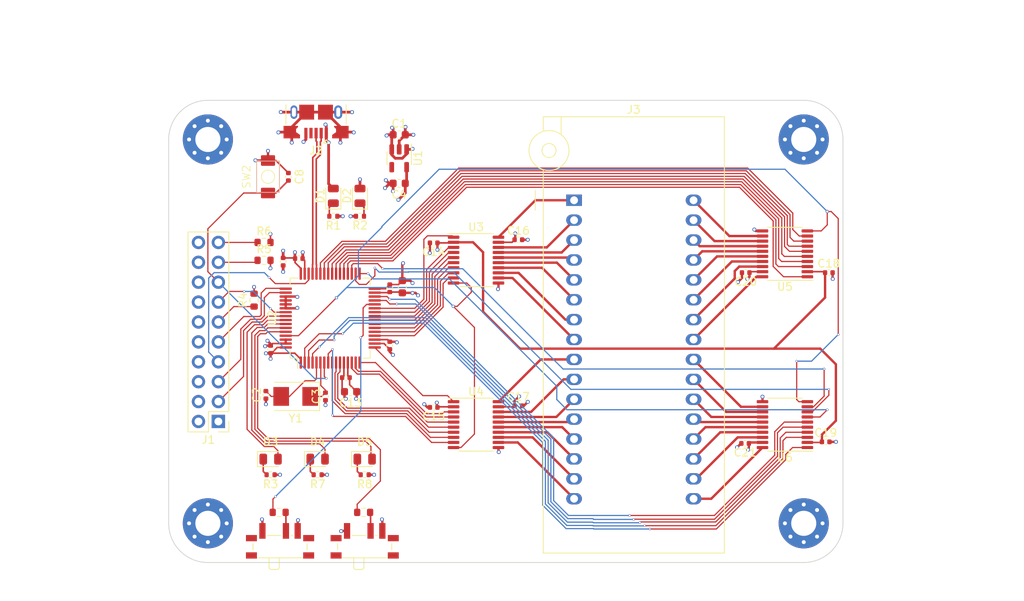
<source format=kicad_pcb>
(kicad_pcb (version 20221018) (generator pcbnew)
  (layers (0 "F.Cu" signal) (1 "In1.Cu" power) (2 "In2.Cu" power) (31 "B.Cu" signal) (34 "B.Paste" user) (35 "F.Paste" user) (36 "B.SilkS" user "B.Silkscreen") (37 "F.SilkS" user "F.Silkscreen") (38 "B.Mask" user) (39 "F.Mask" user) (44 "Edge.Cuts" user))
  (net 0 "")
  (net 1 "+5V")
  (net 2 "GND")
  (net 3 "/HSE_IN")
  (net 4 "+3V3")
  (net 5 "/RESET")
  (net 6 "Net-(D1-K)")
  (net 7 "Net-(D2-K)")
  (net 8 "Net-(D3-K)")
  (net 9 "/READ_LED")
  (net 10 "Net-(D4-K)")
  (net 11 "/WRITE_LED")
  (net 12 "Net-(D5-K)")
  (net 13 "/STATUS_LED")
  (net 14 "/JNTRST")
  (net 15 "/JTDI")
  (net 16 "/SWDIO{slash}JTMS")
  (net 17 "/SWCLK{slash}JTCK")
  (net 18 "Net-(J1-Pin_11)")
  (net 19 "/JTDO")
  (net 20 "Net-(J1-Pin_17)")
  (net 21 "Net-(J1-Pin_19)")
  (net 22 "/USB_D-")
  (net 23 "/USB_D+")
  (net 25 "Net-(SW1-B)")
  (net 26 "Net-(U2-BOOT0)")
  (net 27 "Net-(SW3-B)")
  (net 28 "Net-(U2-PB2)")
  (net 30 "/HSE_OUT")
  (net 31 "/CONN_B01")
  (net 32 "/CONN_B02")
  (net 33 "/CONN_B03")
  (net 34 "/CONN_B04")
  (net 35 "/CONN_B05")
  (net 36 "/CONN_B06")
  (net 37 "/CONN_B07")
  (net 38 "/CONN_B08")
  (net 39 "/CONN_B09")
  (net 40 "/CONN_B10")
  (net 41 "/CONN_B11")
  (net 42 "/CONN_B12")
  (net 43 "/CONN_B13")
  (net 44 "/CONN_B14")
  (net 45 "/CONN_B15")
  (net 46 "/CONN_B16")
  (net 47 "/CONN_A16")
  (net 48 "/CONN_A15")
  (net 49 "/CONN_A14")
  (net 50 "/CONN_A13")
  (net 51 "/CONN_A12")
  (net 52 "/CONN_A11")
  (net 53 "/CONN_A10")
  (net 54 "/CONN_A09")
  (net 55 "/CONN_A08")
  (net 56 "/CONN_A07")
  (net 57 "/CONN_A06")
  (net 58 "/CONN_A05")
  (net 59 "/CONN_A04")
  (net 60 "/CONN_A03")
  (net 61 "/CONN_A02")
  (net 62 "/CONN_A01")
  (net 63 "/MCU_A16")
  (net 64 "/MCU_A15")
  (net 65 "/MCU_A14")
  (net 66 "/MCU_B16")
  (net 67 "/MCU_B15")
  (net 68 "/MCU_B14")
  (net 69 "/MCU_B13")
  (net 70 "/MCU_B12")
  (net 71 "/MCU_B11")
  (net 72 "/MCU_B10")
  (net 73 "/MCU_B09")
  (net 74 "/MCU_B08")
  (net 75 "/MCU_B07")
  (net 76 "/MCU_B06")
  (net 77 "/MCU_B05")
  (net 78 "/MCU_B04")
  (net 79 "/MCU_B03")
  (net 80 "/MCU_B02")
  (net 81 "/MCU_B01")
  (net 82 "/MCU_A13")
  (net 83 "/MCU_A12")
  (net 84 "/MCU_A11")
  (net 85 "/MCU_A10")
  (net 86 "/MCU_A09")
  (net 87 "/MCU_A08")
  (net 88 "/MCU_A07")
  (net 89 "/MCU_A06")
  (net 90 "/MCU_A05")
  (net 91 "/MCU_A04")
  (net 92 "/MCU_A03")
  (net 93 "/MCU_A02")
  (net 94 "/MCU_A01")
  (net 95 "/LS_OE")
  (footprint "Resistor_SMD:R_0603_1608Metric" (layer "F.Cu") (at 151.892 111.506 90)
    (fp_text reference "R4")
    (fp_text value "10k")
  )
  (footprint "Package_SO:TSSOP-20_4.4x6.5mm_P0.65mm" (layer "F.Cu") (at 180.2 127.4)
    (fp_text reference "U4")
    (fp_text value "TXS0108EPW")
  )
  (footprint "Capacitor_SMD:C_0603_1608Metric" (layer "F.Cu") (at 170.4 96.6 180)
    (fp_text reference "C4")
    (fp_text value "1uF")
  )
  (footprint "Capacitor_SMD:C_0402_1005Metric" (layer "F.Cu") (at 225.2 108)
    (fp_text reference "C18")
    (fp_text value "100nF")
  )
  (footprint "Capacitor_SMD:C_0402_1005Metric" (layer "F.Cu") (at 214.52 129.8 180)
    (fp_text reference "C21")
    (fp_text value "100nF")
  )
  (footprint "LED_SMD:LED_0805_2012Metric" (layer "F.Cu") (at 154 131.8)
    (fp_text reference "D3")
    (fp_text value "RED")
  )
  (footprint "Capacitor_SMD:C_0402_1005Metric" (layer "F.Cu") (at 156.27 95.758 90)
    (fp_text reference "C8")
    (fp_text value "100nF")
  )
  (footprint "LibraryAndres:SW_SWDT_SMD_0.8x1.4_0.8x2" (layer "F.Cu") (at 166 143)
    (fp_text reference "SW1" hide)
    (fp_text value "Boot0")
  )
  (footprint "Capacitor_SMD:C_0402_1005Metric" (layer "F.Cu") (at 169.2 117.3 -90)
    (fp_text reference "C11" hide)
    (fp_text value "100nF")
  )
  (footprint "Resistor_SMD:R_0402_1005Metric" (layer "F.Cu") (at 165.4 100.8 180)
    (fp_text reference "R2")
    (fp_text value "220")
  )
  (footprint "Package_TO_SOT_SMD:SOT-23-5" (layer "F.Cu") (at 170.4 93.4 -90)
    (fp_text reference "U1")
    (fp_text value "TPMIC5504-3.3YM5")
  )
  (footprint "Package_SO:TSSOP-20_4.4x6.5mm_P0.65mm" (layer "F.Cu") (at 180.2 106.4)
    (fp_text reference "U3")
    (fp_text value "TXS0108EPW")
  )
  (footprint "Resistor_SMD:R_0603_1608Metric" (layer "F.Cu") (at 153.162 104.14)
    (fp_text reference "R6")
    (fp_text value "10k")
  )
  (footprint "Crystal:Crystal_SMD_5032-2Pin_5.0x3.2mm" (layer "F.Cu") (at 157.2 123.8 180)
    (fp_text reference "Y1")
    (fp_text value "8MHz")
  )
  (footprint "LED_SMD:LED_0805_2012Metric" (layer "F.Cu") (at 162 98.2 90)
    (fp_text reference "D1")
    (fp_text value "WHITE")
  )
  (footprint "Capacitor_SMD:C_0402_1005Metric" (layer "F.Cu") (at 174.8 125.2 180)
    (fp_text reference "C15")
    (fp_text value "100nF")
  )
  (footprint "Capacitor_SMD:C_0402_1005Metric" (layer "F.Cu") (at 169.2 110 -90)
    (fp_text reference "C9" hide)
    (fp_text value "100nF")
  )
  (footprint "Capacitor_SMD:C_0402_1005Metric" (layer "F.Cu") (at 153.4 123.6 90)
    (fp_text reference "C2")
    (fp_text value "30p")
  )
  (footprint "Resistor_SMD:R_0603_1608Metric" (layer "F.Cu") (at 155.0925 138.6 180)
    (fp_text reference "R10" hide)
    (fp_text value "10k")
  )
  (footprint "Capacitor_SMD:C_0603_1608Metric" (layer "F.Cu") (at 164.2 123.2 180)
    (fp_text reference "C13")
    (fp_text value "1uF")
  )
  (footprint "Resistor_SMD:R_0603_1608Metric" (layer "F.Cu") (at 165.8675 138.6 180)
    (fp_text reference "R9" hide)
    (fp_text value "10k" hide)
  )
  (footprint "Capacitor_SMD:C_0402_1005Metric" (layer "F.Cu") (at 224.8 129.6)
    (fp_text reference "C19")
    (fp_text value "100nF")
  )
  (footprint "Resistor_SMD:R_0402_1005Metric" (layer "F.Cu") (at 166 133.8)
    (fp_text reference "R8")
    (fp_text value "100")
  )
  (footprint "Connector_USB:USB_Micro-B_XKB_U254-051T-4BH83-F1S" (layer "F.Cu") (at 159.8 87.9025 180)
    (fp_text reference "J2")
    (fp_text value "USB_B_Micro")
  )
  (footprint "MountingHole:MountingHole_3.2mm_M3_Pad_Via" (layer "F.Cu") (at 146 140)
    (fp_text reference "H3" hide)
    (fp_text value "MountingHole")
  )
  (footprint "LED_SMD:LED_0805_2012Metric" (layer "F.Cu") (at 165.4 98.2 90)
    (fp_text reference "D2")
    (fp_text value "YELLOW")
  )
  (footprint "LED_SMD:LED_0805_2012Metric" (layer "F.Cu") (at 166 131.8)
    (fp_text reference "D5")
    (fp_text value "BLUE")
  )
  (footprint "Resistor_SMD:R_0402_1005Metric" (layer "F.Cu") (at 160 133.8)
    (fp_text reference "R7")
    (fp_text value "100")
  )
  (footprint "Connector_PinHeader_2.54mm:PinHeader_2x10_P2.54mm_Vertical" (layer "F.Cu") (at 147.34 127 180)
    (fp_text reference "J1")
    (fp_text value "SWJ-DP")
  )
  (footprint "Capacitor_SMD:C_0603_1608Metric" (layer "F.Cu") (at 170.4 90.4)
    (fp_text reference "C1")
    (fp_text value "1uF")
  )
  (footprint "Resistor_SMD:R_0603_1608Metric" (layer "F.Cu") (at 153.162 106.426)
    (fp_text reference "R5")
    (fp_text value "10k")
  )
  (footprint "LED_SMD:LED_0805_2012Metric" (layer "F.Cu") (at 160 131.8)
    (fp_text reference "D4")
    (fp_text value "GREEN")
  )
  (footprint "Capacitor_SMD:C_0402_1005Metric" (layer "F.Cu") (at 157.6 106.2)
    (fp_text reference "C6" hide)
    (fp_text value "100nF")
  )
  (footprint "LibraryAndres:SW_SWDT_SMD_0.8x1.4_0.8x2" (layer "F.Cu") (at 155.205 143)
    (fp_text reference "SW3" hide)
    (fp_text value "Boot1")
  )
  (footprint "Package_QFP:LQFP-64_10x10mm_P0.5mm" (layer "F.Cu") (at 161.6 113.8 90)
    (fp_text reference "U2")
    (fp_text value "STM32F103RBT6")
  )
  (footprint "Package_SO:TSSOP-20_4.4x6.5mm_P0.65mm" (layer "F.Cu") (at 219.6 127.4 180)
    (fp_text reference "U6")
    (fp_text value "TXS0108EPW")
  )
  (footprint "Package_SO:TSSOP-20_4.4x6.5mm_P0.65mm" (layer "F.Cu") (at 219.6 105.6 180)
    (fp_text reference "U5")
    (fp_text value "TXS0108EPW")
  )
  (footprint "Capacitor_SMD:C_0402_1005Metric" (layer "F.Cu") (at 185.6 103.8)
    (fp_text reference "C16")
    (fp_text value "100nF")
  )
  (footprint "Socket:DIP_Socket-32_W11.9_W12.7_W15.24_W17.78_W18.5_3M_232-1285-00-0602J" (layer "F.Cu") (at 192.7075 98.76)
    (fp_text reference "J3")
    (fp_text value "ZIF 32 DIP Socket")
  )
  (footprint "Capacitor_SMD:C_0402_1005Metric" (layer "F.Cu") (at 174.8 104.2 180)
    (fp_text reference "C14")
    (fp_text value "100nF")
  )
  (footprint "Resistor_SMD:R_0402_1005Metric" (layer "F.Cu") (at 162 100.8)
    (fp_text reference "R1")
    (fp_text value "220")
  )
  (footprint "MountingHole:MountingHole_3.2mm_M3_Pad_Via" (layer "F.Cu") (at 146 91)
    (fp_text reference "H2" hide)
    (fp_text value "MountingHole")
  )
  (footprint "MountingHole:MountingHole_3.2mm_M3_Pad_Via" (layer "F.Cu") (at 222 91)
    (fp_text reference "H1" hide)
    (fp_text value "MountingHole")
  )
  (footprint "LibraryAndres:SW_SMD_1.8x1.35_4.15" (layer "F.Cu") (at 153.67 95.758 90)
    (fp_text reference "SW2")
    (fp_text value "Reset")
  )
  (footprint "Capacitor_SMD:C_0402_1005Metric" (layer "F.Cu") (at 185.6 125)
    (fp_text reference "C17")
    (fp_text value "100nF")
  )
  (footprint "MountingHole:MountingHole_3.2mm_M3_Pad_Via" (layer "F.Cu") (at 222 140)
    (fp_text reference "H4" hide)
    (fp_text value "MountingHole")
  )
  (footprint "Capacitor_SMD:C_0402_1005Metric" (layer "F.Cu") (at 155.6 106.6 -90)
    (fp_text reference "C7" hide)
    (fp_text value "100nF")
  )
  (footprint "Capacitor_SMD:C_0402_1005Metric" (layer "F.Cu") (at 163.6 121.4 180)
    (fp_text reference "C12" hide)
    (fp_text value "100nF")
  )
  (footprint "Capacitor_SMD:C_0603_1608Metric" (layer "F.Cu") (at 170.8 109.8 -90)
    (fp_text reference "C5" hide)
    (fp_text value "1uF")
  )
  (footprint "Resistor_SMD:R_0402_1005Metric" (layer "F.Cu") (at 154 133.8)
    (fp_text reference "R3")
    (fp_text value "100")
  )
  (footprint "Capacitor_SMD:C_0402_1005Metric" (layer "F.Cu") (at 161 123.8 90)
    (fp_text reference "C3")
    (fp_text value "30p")
  )
  (footprint "Capacitor_SMD:C_0402_1005Metric" (layer "F.Cu") (at 154 117.8 90)
    (fp_text reference "C10" hide)
    (fp_text value "100nF")
  )
  (footprint "Capacitor_SMD:C_0402_1005Metric" (layer "F.Cu") (at 214.6 108 180)
    (fp_text reference "C20")
    (fp_text value "100nF")
  )
  (gr_arc (start 227 140) (mid 225.535534 143.535534) (end 222 145) (stroke (width 0.1)) (layer "Edge.Cuts"))
  (gr_line (start 222 86) (end 146 86) (stroke (width 0.1)) (layer "Edge.Cuts"))
  (gr_arc (start 222 86) (mid 225.535534 87.464466) (end 227 91) (stroke (width 0.1)) (layer "Edge.Cuts"))
  (gr_line (start 227 140) (end 227 91) (stroke (width 0.1)) (layer "Edge.Cuts"))
  (gr_arc (start 146 145) (mid 142.464466 143.535534) (end 141 140) (stroke (width 0.1)) (layer "Edge.Cuts"))
  (gr_line (start 141 91) (end 141 140) (stroke (width 0.1)) (layer "Edge.Cuts"))
  (gr_arc (start 141 91) (mid 142.464466 87.464466) (end 146 86) (stroke (width 0.1)) (layer "Edge.Cuts"))
  (gr_line (start 146 145) (end 222 145) (stroke (width 0.1)) (layer "Edge.Cuts"))
  (segment (start 161.4 91.4) (end 161.4 96.6625) (width 0.35) (layer "F.Cu") (net 1))
  (segment (start 169.45 90.575) (end 169.625 90.4) (width 0.35) (layer "F.Cu") (net 1))
  (segment (start 216.7375 107.875) (end 215.205 107.875) (width 0.2) (layer "F.Cu") (net 1))
  (segment (start 169.9 93.4) (end 170.8 93.4) (width 0.35) (layer "F.Cu") (net 1))
  (segment (start 215.08 108.52) (end 214.8 108.8) (width 0.3) (layer "F.Cu") (net 1))
  (segment (start 161.1 89.2) (end 161 89.1) (width 0.35) (layer "F.Cu") (net 1))
  (segment (start 169.45 92.2625) (end 169.45 92.95) (width 0.35) (layer "F.Cu") (net 1))
  (segment (start 169.625 90.4) (end 169.625 89.625) (width 0.35) (layer "F.Cu") (net 1))
  (segment (start 161.1 91.1) (end 161.4 91.4) (width 0.35) (layer "F.Cu") (net 1))
  (segment (start 184.995 125.125) (end 185.12 125) (width 0.2) (layer "F.Cu") (net 1))
  (segment (start 170.8 93.4) (end 171.35 92.85) (width 0.35) (layer "F.Cu") (net 1))
  (segment (start 171.35 92.85) (end 171.35 92.2625) (width 0.35) (layer "F.Cu") (net 1))
  (segment (start 185.12 125) (end 185.12 124.38) (width 0.3) (layer "F.Cu") (net 1))
  (segment (start 161.1 90.1875) (end 161.1 89.2) (width 0.35) (layer "F.Cu") (net 1))
  (segment (start 171.35 92.2625) (end 172.0375 92.2625) (width 0.35) (layer "F.Cu") (net 1))
  (segment (start 215 129.8) (end 215 130.5) (width 0.3) (layer "F.Cu") (net 1))
  (segment (start 185.12 103.8) (end 185.2 103.72) (width 0.3) (layer "F.Cu") (net 1))
  (segment (start 215.205 107.875) (end 215.08 108) (width 0.2) (layer "F.Cu") (net 1))
  (segment (start 169.625 90.4) (end 168.9 90.4) (width 0.35) (layer "F.Cu") (net 1))
  (segment (start 185.12 124.38) (end 185.7 123.8) (width 0.3) (layer "F.Cu") (net 1))
  (segment (start 169.45 92.95) (end 169.9 93.4) (width 0.35) (layer "F.Cu") (net 1))
  (segment (start 183.0625 125.125) (end 184.995 125.125) (width 0.2) (layer "F.Cu") (net 1))
  (segment (start 161.1 90.1875) (end 161.1 91.1) (width 0.35) (layer "F.Cu") (net 1))
  (segment (start 169.625 89.625) (end 169.5 89.5) (width 0.35) (layer "F.Cu") (net 1))
  (segment (start 168.9 90.4) (end 168.8 90.5) (width 0.35) (layer "F.Cu") (net 1))
  (segment (start 184.795 104.125) (end 185.12 103.8) (width 0.2) (layer "F.Cu") (net 1))
  (segment (start 161.4 96.6625) (end 162 97.2625) (width 0.35) (layer "F.Cu") (net 1))
  (segment (start 215.125 129.675) (end 215 129.8) (width 0.3) (layer "F.Cu") (net 1))
  (segment (start 185.2 103.72) (end 185.2 103) (width 0.3) (layer "F.Cu") (net 1))
  (segment (start 183.0625 104.125) (end 184.795 104.125) (width 0.2) (layer "F.Cu") (net 1))
  (segment (start 172.0375 92.2625) (end 172.1 92.2) (width 0.35) (layer "F.Cu") (net 1))
  (segment (start 169.45 92.2625) (end 169.45 90.575) (width 0.35) (layer "F.Cu") (net 1))
  (segment (start 215 130.5) (end 214.9 130.6) (width 0.3) (layer "F.Cu") (net 1))
  (segment (start 216.7375 129.675) (end 215.125 129.675) (width 0.3) (layer "F.Cu") (net 1))
  (segment (start 215.08 108) (end 215.08 108.52) (width 0.3) (layer "F.Cu") (net 1))
  (via (at 214.9 130.6) (size 0.5) (drill 0.3) (layers "F.Cu" "B.Cu") (net 1))
  (via (at 161 89.1) (size 0.5) (drill 0.3) (layers "F.Cu" "B.Cu") (net 1))
  (via (at 161.4 91.4) (size 0.5) (drill 0.3) (layers "F.Cu" "B.Cu") (net 1))
  (via (at 172.1 92.2) (size 0.5) (drill 0.3) (layers "F.Cu" "B.Cu") (net 1))
  (via (at 185.7 123.8) (size 0.5) (drill 0.3) (layers "F.Cu" "B.Cu") (net 1))
  (via (at 168.8 90.5) (size 0.5) (drill 0.3) (layers "F.Cu" "B.Cu") (net 1))
  (via (at 214.8 108.8) (size 0.5) (drill 0.3) (layers "F.Cu" "B.Cu") (net 1))
  (via (at 185.2 103) (size 0.5) (drill 0.3) (layers "F.Cu" "B.Cu") (net 1))
  (via (at 169.5 89.5) (size 0.5) (drill 0.3) (layers "F.Cu" "B.Cu") (net 1))
  (segment (start 162.9 90.0625) (end 164.5625 90.0625) (width 0.35) (layer "F.Cu") (net 2))
  (segment (start 213.6 109.2) (end 214.12 108.68) (width 0.3) (layer "F.Cu") (net 2))
  (segment (start 167.275 117.05) (end 168.47 117.05) (width 0.2) (layer "F.Cu") (net 2))
  (segment (start 158.5 90.1875) (end 158.5 91) (width 0.35) (layer "F.Cu") (net 2))
  (segment (start 169.1 96.6) (end 168.7 96.2) (width 0.35) (layer "F.Cu") (net 2))
  (segment (start 183.0625 109.325) (end 183.0625 110.0375) (width 0.3) (layer "F.Cu") (net 2))
  (segment (start 174 125.2) (end 173.6 124.8) (width 0.3) (layer "F.Cu") (net 2))
  (segment (start 163.425 123.925) (end 163.6 124.1) (width 0.3) (layer "F.Cu") (net 2))
  (segment (start 167.275 110.55) (end 169.13 110.55) (width 0.2) (layer "F.Cu") (net 2))
  (segment (start 156.7 89.4125) (end 158.6 87.5125) (width 0.35) (layer "F.Cu") (net 2))
  (segment (start 183.0625 110.0375) (end 183 110.1) (width 0.3) (layer "F.Cu") (net 2))
  (segment (start 168.25 140.968) (end 168.25 139.55) (width 0.3) (layer "F.Cu") (net 2))
  (segment (start 161 87.5125) (end 162.625 87.5125) (width 0.35) (layer "F.Cu") (net 2))
  (segment (start 169.625 96.6) (end 169.1 96.6) (width 0.35) (layer "F.Cu") (net 2))
  (segment (start 162.9 89.4125) (end 162.9 90.0625) (width 0.35) (layer "F.Cu") (net 2))
  (segment (start 162.625 87.5125) (end 164.3875 87.5125) (width 0.35) (layer "F.Cu") (net 2))
  (segment (start 169.13 110.55) (end 169.2 110.48) (width 0.2) (layer "F.Cu") (net 2))
  (segment (start 161 87.5125) (end 162.9 89.4125) (width 0.35) (layer "F.Cu") (net 2))
  (segment (start 154 117.32) (end 153.38 117.32) (width 0.3) (layer "F.Cu") (net 2))
  (segment (start 158.6 87.5125) (end 161 87.5125) (width 0.35) (layer "F.Cu") (net 2))
  (segment (start 215.875 102.675) (end 215.7 102.5) (width 0.3) (layer "F.Cu") (net 2))
  (segment (start 174.32 105.48) (end 174.3 105.5) (width 0.3) (layer "F.Cu") (net 2))
  (segment (start 163.35 121.17) (end 163.12 121.4) (width 0.2) (layer "F.Cu") (net 2))
  (segment (start 171.175 90.4) (end 171.175 89.425) (width 0.35) (layer "F.Cu") (net 2))
  (segment (start 169.625 97.575) (end 169.6 97.6) (width 0.35) (layer "F.Cu") (net 2))
  (segment (start 169.2 117.78) (end 169.2 118.1) (width 0.3) (layer "F.Cu") (net 2))
  (segment (start 225.28 129.6) (end 226.1 129.6) (width 0.3) (layer "F.Cu") (net 2))
  (segment (start 174.32 125.2) (end 174 125.2) (width 0.3) (layer "F.Cu") (net 2))
  (segment (start 155.925 111.55) (end 155.925 112.05) (width 0.3) (layer "F.Cu") (net 2))
  (segment (start 216.7 123.8) (end 216.7375 123.8375) (width 0.3) (layer "F.Cu") (net 2))
  (segment (start 172.125 110.575) (end 172.475 110.575) (width 0.3) (layer "F.Cu") (net 2))
  (segment (start 171.175 89.425) (end 171.2 89.4) (width 0.35) (layer "F.Cu") (net 2))
  (segment (start 164.4 87.5) (end 164.3875 87.5125) (width 0.35) (layer "F.Cu") (net 2))
  (segment (start 171.175 90.4) (end 172.2 90.4) (width 0.35) (layer "F.Cu") (net 2))
  (segment (start 158.35 106.47) (end 158.08 106.2) (width 0.2) (layer "F.Cu") (net 2))
  (segment (start 153.4 124.08) (end 153.4 124.8) (width 0.3) (layer "F.Cu") (net 2))
  (segment (start 155.0375 90.0625) (end 155 90.1) (width 0.35) (layer "F.Cu") (net 2))
  (segment (start 216.7375 102.675) (end 215.875 102.675) (width 0.3) (layer "F.Cu") (net 2))
  (segment (start 160.51 133.8) (end 161.2 133.8) (width 0.3) (layer "F.Cu") (net 2))
  (segment (start 168.47 117.05) (end 169.2 117.78) (width 0.2) (layer "F.Cu") (net 2))
  (segment (start 225.68 108) (end 225.68 108.78) (width 0.3) (layer "F.Cu") (net 2))
  (segment (start 186.08 125) (end 186.3 125) (width 0.3) (layer "F.Cu") (net 2))
  (segment (start 158.1 106.18) (end 158.1 105.4) (width 0.35) (layer "F.Cu") (net 2))
  (segment (start 170.8 110.575) (end 172.075 110.575) (width 0.3) (layer "F.Cu") (net 2))
  (segment (start 157.35 112.55) (end 157.4 112.5) (width 0.3) (layer "F.Cu") (net 2))
  (segment (start 166.51 133.8) (end 167.2 133.8) (width 0.3) (layer "F.Cu") (net 2))
  (segment (start 154 117.1) (end 154 117.32) (width 0.3) (layer "F.Cu") (net 2))
  (segment (start 157.455 139.645) (end 157.5 139.6) (width 0.3) (layer "F.Cu") (net 2))
  (segment (start 156.975 87.5125) (end 155.3125 87.5125) (width 0.35) (layer "F.Cu") (net 2))
  (segment (start 164.5625 90.0625) (end 164.6 90.1) (width 0.35) (layer "F.Cu") (net 2))
  (segment (start 168.25 139.55) (end 168.2 139.5) (width 0.3) (layer "F.Cu") (net 2))
  (segment (start 169.2 110.48) (end 170.705 110.48) (width 0.2) (layer "F.Cu") (net 2))
  (segment (start 158.5 91) (end 158.2 91.3) (width 0.35) (layer "F.Cu") (net 2))
  (segment (start 158.35 108.125) (end 158.35 106.47) (width 0.2) (layer "F.Cu") (net 2))
  (segment (start 162.51 100.8) (end 163.2 100.8) (width 0.35) (layer "F.Cu") (net 2))
  (segment (start 163.35 119.475) (end 163.35 121.17) (width 0.2) (layer "F.Cu") (net 2))
  (segment (start 158.6 87.5125) (end 156.975 87.5125) (width 0.35) (layer "F.Cu") (net 2))
  (segment (start 154 117.32) (end 154.27 117.05) (width 0.2) (layer "F.Cu") (net 2))
  (segment (start 169.2 118.1) (end 169.6 118.5) (width 0.3) (layer "F.Cu") (net 2))
  (segment (start 155.925 116.55) (end 155.925 117.05) (width 0.3) (layer "F.Cu") (net 2))
  (segment (start 186.08 103.8) (end 186.8 103.8) (width 0.3) (layer "F.Cu") (net 2))
  (segment (start 153.67 93.683) (end 153.67 92.458) (width 0.3) (layer "F.Cu") (net 2))
  (segment (start 155.925 112.55) (end 157.35 112.55) (width 0.3) (layer "F.Cu") (net 2))
  (segment (start 172.1 110.6) (end 172.125 110.575) (width 0.3) (layer "F.Cu") (net 2))
  (segment (start 174.32 104.2) (end 174.32 105.48) (width 0.3) (layer "F.Cu") (net 2))
  (segment (start 163.425 123.2) (end 163.425 123.925) (width 0.3) (layer "F.Cu") (net 2))
  (segment (start 162.9 90.0625) (end 162.9 91.4) (width 0.35) (layer "F.Cu") (net 2))
  (segment (start 183.0625 130.325) (end 183.0625 130.8625) (width 0.3) (layer "F.Cu") (net 2))
  (segment (start 163.12 122.895) (end 163.425 123.2) (width 0.2) (layer "F.Cu") (net 2))
  (segment (start 157.455 140.968) (end 157.455 139.645) (width 0.3) (layer "F.Cu") (net 2))
  (segment (start 152.095 93.683) (end 152.07 93.658) (width 0.3) (layer "F.Cu") (net 2))
  (segment (start 154.27 117.05) (end 155.925 117.05) (width 0.2) (layer "F.Cu") (net 2))
  (segment (start 164.89 100.8) (end 164.2 100.8) (width 0.35) (layer "F.Cu") (net 2))
  (segment (start 155.3125 87.5125) (end 155.3 87.5) (width 0.35) (layer "F.Cu") (net 2))
  (segment (start 154.675 93.683) (end 156.27 95.278) (width 0.2) (layer "F.Cu") (net 2))
  (segment (start 153.987 104.14) (end 153.987 103.0854) (width 0.2) (layer "F.Cu") (net 2))
  (segment (start 156.7 90.0625) (end 156.7 91.4) (width 0.35) (layer "F.Cu") (net 2))
  (segment (start 214.04 129.8) (end 214 129.8) (width 0.3) (layer "F.Cu") (net 2))
  (segment (start 156.7 90.0625) (end 155.0375 90.0625) (width 0.35) (layer "F.Cu") (net 2))
  (segment (start 156.7 90.0625) (end 156.7 89.4125) (width 0.35) (layer "F.Cu") (net 2))
  (segment (start 154.51 133.8) (end 155.2 133.8) (width 0.3) (layer "F.Cu") (net 2))
  (segment (start 172.075 110.575) (end 172.1 110.6) (width 0.3) (layer "F.Cu") (net 2))
  (segment (start 153.38 117.32) (end 153.3 117.4) (width 0.3) (layer "F.Cu") (net 2))
  (segment (start 183.0625 130.8625) (end 183.1 130.9) (width 0.3) (layer "F.Cu") (net 2))
  (segment (start 170.4 92.2625) (end 170.4 91.175) (width 0.35) (layer "F.Cu") (net 2))
  (segment (start 153.67 93.683) (end 154.675 93.683) (width 0.2) (layer "F.Cu") (net 2))
  (segment (start 216.7375 124.475) (end 216.7375 123.8375) (width 0.3) (layer "F.Cu") (net 2))
  (segment (start 153.6 116.7) (end 154 117.1) (width 0.3) (layer "F.Cu") (net 2))
  (segment (start 153.987 107.4298) (end 153.9748 107.442) (width 0.2) (layer "F.Cu") (net 2))
  (segment (start 157.35 111.05) (end 157.4 111.1) (width 0.3) (layer "F.Cu") (net 2))
  (segment (start 153.987 106.426) (end 153.987 107.4298) (width 0.2) (layer "F.Cu") (net 2))
  (segment (start 170.705 110.48) (end 170.8 110.575) (width 0.2) (layer "F.Cu") (net 2))
  (segment (start 214 129.8) (end 213.5 130.3) (width 0.3) (layer "F.Cu") (net 2))
  (segment (start 158.08 106.2) (end 158.1 106.18) (width 0.35) (layer "F.Cu") (net 2))
  (segment (start 169.2 96.6) (end 168.6 97.2) (width 0.35) (layer "F.Cu") (net 2))
  (segment (start 172.475 110.575) (end 172.8 110.9) (width 0.3) (layer "F.Cu") (net 2))
  (segment (start 155.925 112.05) (end 155.925 112.55) (width 0.3) (layer "F.Cu") (net 2))
  (segment (start 169.625 96.6) (end 169.625 97.575) (width 0.35) (layer "F.Cu") (net 2))
  (segment (start 161 124.28) (end 161 124.9) (width 0.3) (layer "F.Cu") (net 2))
  (segment (start 153.67 93.683) (end 152.095 93.683) (width 0.3) (layer "F.Cu") (net 2))
  (segment (start 163.12 121.4) (end 163.12 122.895) (width 0.2) (layer "F.Cu") (net 2))
  (segment (start 186.3 125) (end 186.8 124.5) (width 0.3) (layer "F.Cu") (net 2))
  (segment (start 214.12 108.68) (end 214.12 108) (width 0.3) (layer "F.Cu") (net 2))
  (segment (start 155.6 107.08) (end 155.6 107.9) (width 0.35) (layer "F.Cu") (net 2))
  (segment (start 155.925 111.05) (end 155.925 111.55) (width 0.3) (layer "F.Cu") (net 2))
  (segment (start 155.925 111.05) (end 157.35 111.05) (width 0.3) (layer "F.Cu") (net 2))
  (segment (start 170.4 91.175) (end 171.175 90.4) (width 0.35) (layer "F.Cu") (net 2))
  (segment (start 151.892 110.681) (end 151.892 109.8296) (width 0.2) (layer "F.Cu") (net 2))
  (segment (start 225.68 108.78) (end 225.7 108.8) (width 0.3) (layer "F.Cu") (net 2))
  (segment (start 153.987 103.0854) (end 153.9748 103.0732) (width 0.2) (layer "F.Cu") (net 2))
  (segment (start 169.625 96.6) (end 169.2 96.6) (width 0.35) (layer "F.Cu") (net 2))
  (via (at 153.9748 107.442) (size 0.5) (drill 0.3) (layers "F.Cu" "B.Cu") (net 2))
  (via (at 158.1 105.4) (size 0.5) (drill 0.3) (layers "F.Cu" "B.Cu") (net 2))
  (via (at 153.6 116.7) (size 0.5) (drill 0.3) (layers "F.Cu" "B.Cu") (net 2))
  (via (at 174.3 105.5) (size 0.5) (drill 0.3) (layers "F.Cu" "B.Cu") (net 2))
  (via (at 183 110.1) (size 0.5) (drill 0.3) (layers "F.Cu" "B.Cu") (net 2))
  (via (at 226.1 129.6) (size 0.5) (drill 0.3) (layers "F.Cu" "B.Cu") (net 2))
  (via (at 168.7 96.2) (size 0.5) (drill 0.3) (layers "F.Cu" "B.Cu") (net 2))
  (via (at 171.2 89.4) (size 0.5) (drill 0.3) (layers "F.Cu" "B.Cu") (net 2))
  (via (at 173.6 124.8) (size 0.5) (drill 0.3) (layers "F.Cu" "B.Cu") (net 2))
  (via (at 161 124.9) (size 0.5) (drill 0.3) (layers "F.Cu" "B.Cu") (net 2))
  (via (at 157.5 139.6) (size 0.5) (drill 0.3) (layers "F.Cu" "B.Cu") (net 2))
  (via (at 164.6 90.1) (size 0.5) (drill 0.3) (layers "F.Cu" "B.Cu") (net 2))
  (via (at 186.8 124.5) (size 0.5) (drill 0.3) (layers "F.Cu" "B.Cu") (net 2))
  (via (at 157.4 112.5) (size 0.5) (drill 0.3) (layers "F.Cu" "B.Cu") (net 2))
  (via (at 158.2 91.3) (size 0.5) (drill 0.3) (layers "F.Cu" "B.Cu") (net 2))
  (via (at 163.6 124.1) (size 0.5) (drill 0.3) (layers "F.Cu" "B.Cu") (net 2))
  (via (at 216.7375 123.8375) (size 0.5) (drill 0.3) (layers "F.Cu" "B.Cu") (net 2))
  (via (at 169.6 97.6) (size 0.5) (drill 0.3) (layers "F.Cu" "B.Cu") (net 2))
  (via (at 153.4 124.8) (size 0.5) (drill 0.3) (layers "F.Cu" "B.Cu") (net 2))
  (via (at 153.67 92.458) (size 0.5) (drill 0.3) (layers "F.Cu" "B.Cu") (net 2))
  (via (at 213.5 130.3) (size 0.5) (drill 0.3) (layers "F.Cu" "B.Cu") (net 2))
  (via (at 225.7 108.8) (size 0.5) (drill 0.3) (layers "F.Cu" "B.Cu") (net 2))
  (via (at 163.2 100.8) (size 0.5) (drill 0.3) (layers "F.Cu" "B.Cu") (net 2))
  (via (at 164.2 100.8) (size 0.5) (drill 0.3) (layers "F.Cu" "B.Cu") (net 2))
  (via (at 155.3 87.5) (size 0.5) (drill 0.3) (layers "F.Cu" "B.Cu") (net 2))
  (via (at 164.3875 87.5125) (size 0.5) (drill 0.3) (layers "F.Cu" "B.Cu") (net 2))
  (via (at 172.2 90.4) (size 0.5) (drill 0.3) (layers "F.Cu" "B.Cu") (net 2))
  (via (at 183.1 130.9) (size 0.5) (drill 0.3) (layers "F.Cu" "B.Cu") (net 2))
  (via (at 151.892 109.8296) (size 0.5) (drill 0.3) (layers "F.Cu" "B.Cu") (net 2))
  (via (at 172.1 110.6) (size 0.5) (drill 0.3) (layers "F.Cu" "B.Cu") (net 2))
  (via (at 167.2 133.8) (size 0.5) (drill 0.3) (layers "F.Cu" "B.Cu") (net 2))
  (via (at 186.8 103.8) (size 0.5) (drill 0.3) (layers "F.Cu" "B.Cu") (net 2))
  (via (at 155 90.1) (size 0.5) (drill 0.3) (layers "F.Cu" "B.Cu") (net 2))
  (via (at 168.2 139.5) (size 0.5) (drill 0.3) (layers "F.Cu" "B.Cu") (net 2))
  (via (at 156.7 91.4) (size 0.5) (drill 0.3) (layers "F.Cu" "B.Cu") (net 2))
  (via (at 155.2 133.8) (size 0.5) (drill 0.3) (layers "F.Cu" "B.Cu") (net 2))
  (via (at 168.6 97.2) (size 0.5) (drill 0.3) (layers "F.Cu" "B.Cu") (net 2))
  (via (at 155.6 107.9) (size 0.5) (drill 0.3) (layers "F.Cu" "B.Cu") (net 2))
  (via (at 161.2 133.8) (size 0.5) (drill 0.3) (layers "F.Cu" "B.Cu") (net 2))
  (via (at 172.8 110.9) (size 0.5) (drill 0.3) (layers "F.Cu" "B.Cu") (net 2))
  (via (at 213.6 109.2) (size 0.5) (drill 0.3) (layers "F.Cu" "B.Cu") (net 2))
  (via (at 152.07 93.658) (size 0.5) (drill 0.3) (layers "F.Cu" "B.Cu") (net 2))
  (via (at 215.7 102.5) (size 0.5) (drill 0.3) (layers "F.Cu" "B.Cu") (net 2))
  (via (at 153.3 117.4) (size 0.5) (drill 0.3) (layers "F.Cu" "B.Cu") (net 2))
  (via (at 157.4 111.1) (size 0.5) (drill 0.3) (layers "F.Cu" "B.Cu") (net 2))
  (via (at 162.9 91.4) (size 0.5) (drill 0.3) (layers "F.Cu" "B.Cu") (net 2))
  (via (at 169.6 118.5) (size 0.5) (drill 0.3) (layers "F.Cu" "B.Cu") (net 2))
  (via (at 153.9748 103.0732) (size 0.5) (drill 0.3) (layers "F.Cu" "B.Cu") (net 2))
  (segment (start 159.6 121.8) (end 159.85 121.55) (width 0.15) (layer "F.Cu") (net 3))
  (segment (start 154.08 123.8) (end 155.35 123.8) (width 0.15) (layer "F.Cu") (net 3))
  (segment (start 159.85 121.55) (end 159.85 119.475) (width 0.15) (layer "F.Cu") (net 3))
  (segment (start 153.4 123.12) (end 154.08 123.8) (width 0.15) (layer "F.Cu") (net 3))
  (segment (start 156.4 123.8) (end 158.4 121.8) (width 0.15) (layer "F.Cu") (net 3))
  (segment (start 158.4 121.8) (end 159.6 121.8) (width 0.15) (layer "F.Cu") (net 3))
  (segment (start 155.35 123.8) (end 156.4 123.8) (width 0.15) (layer "F.Cu") (net 3))
  (segment (start 171.825 109.025) (end 172.1 109.3) (width 0.3) (layer "F.Cu") (net 4))
  (segment (start 157.85 119.05) (end 157.85 119.475) (width 0.2) (layer "F.Cu") (net 4))
  (segment (start 157.85 107.45) (end 157.12 106.72) (width 0.2) (layer "F.Cu") (net 4))
  (segment (start 224.245 129.675) (end 224.32 129.6) (width 0.2) (layer "F.Cu") (net 4))
  (segment (start 157.12 106.72) (end 157.12 106.2) (width 0.2) (layer "F.Cu") (net 4))
  (segment (start 226.1 119.7) (end 226.1 126.9) (width 0.3) (layer "F.Cu") (net 4))
  (segment (start 170.305 109.52) (end 170.8 109.025) (width 0.2) (layer "F.Cu") (net 4))
  (segment (start 170.02 116.82) (end 170.1 116.9) (width 0.3) (layer "F.Cu") (net 4))
  (segment (start 163.75 140.968) (end 163.032 140.968) (width 0.3) (layer "F.Cu") (net 4))
  (segment (start 154 118.28) (end 153.42 118.28) (width 0.3) (layer "F.Cu") (net 4))
  (segment (start 152.955 139.555) (end 152.9 139.5) (width 0.3) (layer "F.Cu") (net 4))
  (segment (start 181.1 105.4) (end 181.1 113) (width 0.3) (layer "F.Cu") (net 4))
  (segment (start 185.8 117.7) (end 218.2 117.7) (width 0.3) (layer "F.Cu") (net 4))
  (segment (start 155.6 106.12) (end 157.04 106.12) (width 0.2) (layer "F.Cu") (net 4))
  (segment (start 222.4625 107.875) (end 224.595 107.875) (width 0.2) (layer "F.Cu") (net 4))
  (segment (start 152.955 140.968) (end 152.955 139.555) (width 0.3) (layer "F.Cu") (net 4))
  (segment (start 167.275 110.05) (end 168.67 110.05) (width 0.2) (layer "F.Cu") (net 4))
  (segment (start 175.28 125.2) (end 175.355 125.125) (width 0.2) (layer "F.Cu") (net 4))
  (segment (start 157.85 108.125) (end 157.85 107.45) (width 0.2) (layer "F.Cu") (net 4))
  (segment (start 171.35 96.425) (end 171.175 96.6) (width 0.35) (layer "F.Cu") (net 4))
  (segment (start 179.825 104.125) (end 181.1 105.4) (width 0.3) (layer "F.Cu") (net 4))
  (segment (start 157.12 106.2) (end 157.1 106.18) (width 0.35) (layer "F.Cu") (net 4))
  (segment (start 165.4 97.2625) (end 165.4 96.1) (width 0.35) (layer "F.Cu") (net 4))
  (segment (start 224.595 107.875) (end 224.72 108) (width 0.2) (layer "F.Cu") (net 4))
  (segment (start 175.28 104.2) (end 177.2625 104.2) (width 0.2) (layer "F.Cu") (net 4))
  (segment (start 171.35 94.5375) (end 171.35 96.425) (width 0.35) (layer "F.Cu") (net 4))
  (segment (start 169.2 109.52) (end 170.305 109.52) (width 0.2) (layer "F.Cu") (net 4))
  (segment (start 177.3375 104.125) (end 179.825 104.125) (width 0.3) (layer "F.Cu") (net 4))
  (segment (start 168.93 116.55) (end 169.2 116.82) (width 0.2) (layer "F.Cu") (net 4))
  (segment (start 164.08 122.305) (end 164.975 123.2) (width 0.2) (layer "F.Cu") (net 4))
  (segment (start 153.42 118.28) (end 153.4 118.3) (width 0.3) (layer "F.Cu") (net 4))
  (segment (start 154 118.28) (end 154.12 118.28) (width 0.2) (layer "F.Cu") (net 4))
  (segment (start 154 118.28) (end 154 119) (width 0.3) (layer "F.Cu") (net 4))
  (segment (start 170.8 109.025) (end 171.825 109.025) (width 0.3) (layer "F.Cu") (net 4))
  (segment (start 218.2 117.7) (end 224.1 117.7) (width 0.3) (layer "F.Cu") (net 4))
  (segment (start 163.85 119.475) (end 163.85 121.17) (width 0.2) (layer "F.Cu") (net 4))
  (segment (start 164.975 124.025) (end 164.9 124.1) (width 0.3) (layer "F.Cu") (net 4))
  (segment (start 168.67 110.05) (end 169.2 109.52) (width 0.2) (layer "F.Cu") (net 4))
  (segment (start 175.28 104.2) (end 175.28 105.08) (width 0.3) (layer "F.Cu") (net 4))
  (segment (start 171.175 96.6) (end 171.175 97.825) (width 0.35) (layer "F.Cu") (net 4))
  (segment (start 155.6 106.12) (end 155.6 105.2) (width 0.35) (layer "F.Cu") (net 4))
  (segment (start 175.3 105.1) (end 175.28 105.08) (width 0.3) (layer "F.Cu") (net 4))
  (segment (start 163.85 121.17) (end 164.08 121.4) (width 0.2) (layer "F.Cu") (net 4))
  (segment (start 157.08 118.28) (end 157.85 119.05) (width 0.2) (layer "F.Cu") (net 4))
  (segment (start 170.8 109.025) (end 170.8 106.9) (width 0.3) (layer "F.Cu") (net 4))
  (segment (start 172.1 109.3) (end 172.1 109.3245) (width 0.3) (layer "F.Cu") (net 4))
  (segment (start 224.32 128.68) (end 224.32 129.6) (width 0.3) (layer "F.Cu") (net 4))
  (segment (start 224.1 117.7) (end 226.1 119.7) (width 0.3) (layer "F.Cu") (net 4))
  (segment (start 154 118.28) (end 157.08 118.28) (width 0.2) (layer "F.Cu") (net 4))
  (segment (start 175.28 125.2) (end 175.2 125.12) (width 0.3) (layer "F.Cu") (net 4))
  (segment (start 175.2 125.12) (end 175.2 124.6) (width 0.3) (layer "F.Cu") (net 4))
  (segment (start 181.1 113) (end 185.8 117.7) (width 0.3) (layer "F.Cu") (net 4))
  (segment (start 218.2 117.7) (end 224.72 111.18) (width 0.3) (layer "F.Cu") (net 4))
  (segment (start 171.175 97.825) (end 170.3 98.7) (width 0.35) (layer "F.Cu") (net 4))
  (segment (start 157.04 106.12) (end 157.12 106.2) (width 0.2) (layer "F.Cu") (net 4))
  (segment (start 175.355 125.125) (end 177.3375 125.125) (width 0.2) (layer "F.Cu") (net 4))
  (segment (start 157.1 106.18) (end 157.1 105.4) (width 0.35) (layer "F.Cu") (net 4))
  (segment (start 224.72 111.18) (end 224.72 108) (width 0.3) (layer "F.Cu") (net 4))
  (segment (start 170.8 106.9) (end 170.9 106.8) (width 0.3) (layer "F.Cu") (net 4))
  (segment (start 222.4625 129.675) (end 224.245 129.675) (width 0.2) (layer "F.Cu") (net 4))
  (segment (start 154.85 117.55) (end 155.925 117.55) (width 0.2) (layer "F.Cu") (net 4))
  (segment (start 167.275 116.55) (end 168.93 116.55) (width 0.2) (layer "F.Cu") (net 4))
  (segment (start 154.12 118.28) (end 154.85 117.55) (width 0.2) (layer "F.Cu") (net 4))
  (segment (start 164.975 123.2) (end 164.975 124.025) (width 0.3) (layer "F.Cu") (net 4))
  (segment (start 164.08 121.4) (end 164.08 122.305) (width 0.2) (layer "F.Cu") (net 4))
  (segment (start 169.2 116.82) (end 170.02 116.82) (width 0.3) (layer "F.Cu") (net 4))
  (segment (start 177.2625 104.2) (end 177.3375 104.125) (width 0.2) (layer "F.Cu") (net 4))
  (segment (start 226.1 126.9) (end 224.32 128.68) (width 0.3) (layer "F.Cu") (net 4))
  (segment (start 163.032 140.968) (end 163 141) (width 0.3) (layer "F.Cu") (net 4))
  (via (at 165.4 96.1) (size 0.5) (drill 0.3) (layers "F.Cu" "B.Cu") (net 4))
  (via (at 157.1 105.4) (size 0.5) (drill 0.3) (layers "F.Cu" "B.Cu") (net 4))
  (via (at 175.28 105.08) (size 0.5) (drill 0.3) (layers "F.Cu" "B.Cu") (net 4))
  (via (at 154 119) (size 0.5) (drill 0.3) (layers "F.Cu" "B.Cu") (net 4))
  (via (at 170.3 98.7) (size 0.5) (drill 0.3) (layers "F.Cu" "B.Cu") (net 4))
  (via (at 163 141) (size 0.5) (drill 0.3) (layers "F.Cu" "B.Cu") (net 4))
  (via (at 175.2 124.6) (size 0.5) (drill 0.3) (layers "F.Cu" "B.Cu") (net 4))
  (via (at 164.9 124.1) (size 0.5) (drill 0.3) (layers "F.Cu" "B.Cu") (net 4))
  (via (at 155.6 105.2) (size 0.5) (drill 0.3) (layers "F.Cu" "B.Cu") (net 4))
  (via (at 170.1 116.9) (size 0.5) (drill 0.3) (layers "F.Cu" "B.Cu") (net 4))
  (via (at 153.4 118.3) (size 0.5) (drill 0.3) (layers "F.Cu" "B.Cu") (net 4))
  (via (at 170.9 106.8) (size 0.5) (drill 0.3) (layers "F.Cu" "B.Cu") (net 4))
  (via (at 172.1 109.3245) (size 0.5) (drill 0.3) (layers "F.Cu" "B.Cu") (net 4))
  (via (at 152.9 139.5) (size 0.5) (drill 0.3) (layers "F.Cu" "B.Cu") (net 4))
  (segment (start 160.85 119.475) (end 160.85 121.25) (width 0.15) (layer "F.Cu") (net 5))
  (segment (start 160.85 121.25) (end 161.1 121.5) (width 0.15) (layer "F.Cu") (net 5))
  (segment (start 154.675 97.833) (end 156.27 96.238) (width 0.2) (layer "F.Cu") (net 5))
  (segment (start 153.67 97.833) (end 154.675 97.833) (width 0.2) (layer "F.Cu") (net 5))
  (segment (start 147.34 109.22) (end 146 107.88) (width 0.15) (layer "F.Cu") (net 5))
  (segment (start 146 102.4) (end 150.567 97.833) (width 0.15) (layer "F.Cu") (net 5))
  (segment (start 150.567 97.833) (end 153.67 97.833) (width 0.15) (layer "F.Cu") (net 5))
  (segment (start 146 107.88) (end 146 102.4) (width 0.15) (layer "F.Cu") (net 5))
  (via (at 161.1 121.5) (size 0.3) (drill 0.2) (layers "F.Cu" "B.Cu") (net 5))
  (segment (start 159.6 121.5) (end 157.2 119.1) (width 0.15) (layer "B.Cu") (net 5))
  (segment (start 157.2 119.1) (end 157.2 119.08) (width 0.15) (layer "B.Cu") (net 5))
  (segment (start 157.2 119.08) (end 147.34 109.22) (width 0.15) (layer "B.Cu") (net 5))
  (segment (start 161.1 121.5) (end 159.6 121.5) (width 0.15) (layer "B.Cu") (net 5))
  (segment (start 161.49 100.8) (end 161.49 99.6475) (width 0.2) (layer "F.Cu") (net 6))
  (segment (start 161.49 99.6475) (end 162 99.1375) (width 0.2) (layer "F.Cu") (net 6))
  (segment (start 165.91 100.8) (end 165.91 99.6475) (width 0.2) (layer "F.Cu") (net 7))
  (segment (start 165.91 99.6475) (end 165.4 99.1375) (width 0.2) (layer "F.Cu") (net 7))
  (segment (start 153.0625 131.8) (end 153.0625 133.3725) (width 0.2) (layer "F.Cu") (net 8))
  (segment (start 153.0625 133.3725) (end 153.49 133.8) (width 0.2) (layer "F.Cu") (net 8))
  (segment (start 151.95 114.65) (end 151 115.6) (width 0.15) (layer "F.Cu") (net 9))
  (segment (start 153.2 130.2) (end 154.4 130.2) (width 0.15) (layer "F.Cu") (net 9))
  (segment (start 151 128) (end 153.2 130.2) (width 0.15) (layer "F.Cu") (net 9))
  (segment (start 151 115.6) (end 151 128) (width 0.15) (layer "F.Cu") (net 9))
  (segment (start 155.925 114.05) (end 153.644974 114.05) (width 0.15) (layer "F.Cu") (net 9))
  (segment (start 154.9375 130.7375) (end 154.9375 131.8) (width 0.15) (layer "F.Cu") (net 9))
  (segment (start 153.644974 114.05) (end 153.044974 114.65) (width 0.15) (layer "F.Cu") (net 9))
  (segment (start 153.044974 114.65) (end 151.95 114.65) (width 0.15) (layer "F.Cu") (net 9))
  (segment (start 154.4 130.2) (end 154.9375 130.7375) (width 0.15) (layer "F.Cu") (net 9))
  (segment (start 159.0625 133.3725) (end 159.49 133.8) (width 0.2) (layer "F.Cu") (net 10))
  (segment (start 159.0625 131.8) (end 159.0625 133.3725) (width 0.2) (layer "F.Cu") (net 10))
  (segment (start 153.189948 115) (end 152.294975 115) (width 0.15) (layer "F.Cu") (net 11))
  (segment (start 153.344974 129.85) (end 160.25 129.85) (width 0.15) (layer "F.Cu") (net 11))
  (segment (start 155.925 114.55) (end 153.639948 114.55) (width 0.15) (layer "F.Cu") (net 11))
  (segment (start 153.639948 114.55) (end 153.189948 115) (width 0.15) (layer "F.Cu") (net 11))
  (segment (start 151.6 128.105026) (end 153.344974 129.85) (width 0.15) (layer "F.Cu") (net 11))
  (segment (start 151.6 115.694975) (end 151.6 128.105026) (width 0.15) (layer "F.Cu") (net 11))
  (segment (start 160.9375 130.5375) (end 160.9375 131.8) (width 0.15) (layer "F.Cu") (net 11))
  (segment (start 152.294975 115) (end 151.6 115.694975) (width 0.15) (layer "F.Cu") (net 11))
  (segment (start 160.25 129.85) (end 160.9375 130.5375) (width 0.15) (layer "F.Cu") (net 11))
  (segment (start 165.0625 131.8) (end 165.0625 133.3725) (width 0.2) (layer "F.Cu") (net 12))
  (segment (start 165.0625 133.3725) (end 165.49 133.8) (width 0.2) (layer "F.Cu") (net 12))
  (segment (start 153.634924 115.05) (end 153.284924 115.4) (width 0.15) (layer "F.Cu") (net 13))
  (segment (start 152 128) (end 153.5 129.5) (width 0.15) (layer "F.Cu") (net 13))
  (segment (start 153.5 129.5) (end 166.1 129.5) (width 0.15) (layer "F.Cu") (net 13))
  (segment (start 152 116) (end 152 128) (width 0.15) (layer "F.Cu") (net 13))
  (segment (start 155.925 115.05) (end 153.634924 115.05) (width 0.15) (layer "F.Cu") (net 13))
  (segment (start 153.284924 115.4) (end 152.6 115.4) (width 0.15) (layer "F.Cu") (net 13))
  (segment (start 166.8 130.2) (end 166.8 131.6625) (width 0.15) (layer "F.Cu") (net 13))
  (segment (start 166.8 131.6625) (end 166.9375 131.8) (width 0.15) (layer "F.Cu") (net 13))
  (segment (start 166.1 129.5) (end 166.8 130.2) (width 0.15) (layer "F.Cu") (net 13))
  (segment (start 152.6 115.4) (end 152 116) (width 0.15) (layer "F.Cu") (net 13))
  (segment (start 152.9 114.3) (end 153.65 113.55) (width 0.15) (layer "F.Cu") (net 14))
  (segment (start 151.65 114.3) (end 152.9 114.3) (width 0.15) (layer "F.Cu") (net 14))
  (segment (start 153.65 113.55) (end 155.925 113.55) (width 0.15) (layer "F.Cu") (net 14))
  (segment (start 150.55 115.4) (end 151.65 114.3) (width 0.15) (layer "F.Cu") (net 14))
  (segment (start 147.34 124.46) (end 150.55 121.25) (width 0.15) (layer "F.Cu") (net 14))
  (segment (start 150.55 121.25) (end 150.55 115.4) (width 0.15) (layer "F.Cu") (net 14))
  (segment (start 150.2 115.2) (end 151.45 113.95) (width 0.15) (layer "F.Cu") (net 15))
  (segment (start 153.85 110.55) (end 155.925 110.55) (width 0.15) (layer "F.Cu") (net 15))
  (segment (start 152.744974 113.95) (end 153.2 113.494974) (width 0.15) (layer "F.Cu") (net 15))
  (segment (start 153.2 113.494974) (end 153.2 111.2) (width 0.15) (layer "F.Cu") (net 15))
  (segment (start 150.2 119.06) (end 150.2 115.2) (width 0.15) (layer "F.Cu") (net 15))
  (segment (start 153.2 111.2) (end 153.85 110.55) (width 0.15) (layer "F.Cu") (net 15))
  (segment (start 147.34 121.92) (end 150.2 119.06) (width 0.15) (layer "F.Cu") (net 15))
  (segment (start 151.45 113.95) (end 152.744974 113.95) (width 0.15) (layer "F.Cu") (net 15))
  (segment (start 158.4 109.4) (end 158.85 108.95) (width 0.15) (layer "F.Cu") (net 16))
  (segment (start 154.6 109.4) (end 158.4 109.4) (width 0.15) (layer "F.Cu") (net 16))
  (segment (start 158.85 108.95) (end 158.85 108.125) (width 0.15) (layer "F.Cu") (net 16))
  (segment (start 153.8 108.6) (end 154.6 109.4) (width 0.15) (layer "F.Cu") (net 16))
  (via (at 153.8 108.6) (size 0.3) (drill 0.2) (layers "F.Cu" "B.Cu") (net 16))
  (segment (start 146.8 108) (end 153.2 108) (width 0.15) (layer "B.Cu") (net 16))
  (segment (start 147.34 119.38) (end 146.1 118.14) (width 0.15) (layer "B.Cu") (net 16))
  (segment (start 153.2 108) (end 153.8 108.6) (width 0.15) (layer "B.Cu") (net 16))
  (segment (start 146.1 108.7) (end 146.8 108) (width 0.15) (layer "B.Cu") (net 16))
  (segment (start 146.1 118.14) (end 146.1 108.7) (width 0.15) (layer "B.Cu") (net 16))
  (segment (start 150.58 113.6) (end 152.6 113.6) (width 0.15) (layer "F.Cu") (net 17))
  (segment (start 155.875 110) (end 155.925 110.05) (width 0.15) (layer "F.Cu") (net 17))
  (segment (start 153.4 110) (end 155.875 110) (width 0.15) (layer "F.Cu") (net 17))
  (segment (start 147.34 116.84) (end 150.58 113.6) (width 0.15) (layer "F.Cu") (net 17))
  (segment (start 152.8 113.4) (end 152.8 110.6) (width 0.15) (layer "F.Cu") (net 17))
  (segment (start 152.8 110.6) (end 153.4 110) (width 0.15) (layer "F.Cu") (net 17))
  (segment (start 152.6 113.6) (end 152.8 113.4) (width 0.15) (layer "F.Cu") (net 17))
  (segment (start 151.892 112.331) (end 149.309 112.331) (width 0.15) (layer "F.Cu") (net 18))
  (segment (start 149.309 112.331) (end 147.34 114.3) (width 0.15) (layer "F.Cu") (net 18))
  (segment (start 155.925 113.05) (end 154.45 113.05) (width 0.15) (layer "F.Cu") (net 19))
  (segment (start 150.622 110.4) (end 148.7 110.4) (width 0.15) (layer "F.Cu") (net 19))
  (segment (start 154.45 113.05) (end 154 112.6) (width 0.15) (layer "F.Cu") (net 19))
  (segment (start 148.7 110.4) (end 147.34 111.76) (width 0.15) (layer "F.Cu") (net 19))
  (via (at 154 112.6) (size 0.3) (drill 0.2) (layers "F.Cu" "B.Cu") (net 19))
  (via (at 150.622 110.4) (size 0.3) (drill 0.2) (layers "F.Cu" "B.Cu") (net 19))
  (segment (start 150.622 110.4) (end 151.8 110.4) (width 0.15) (layer "B.Cu") (net 19))
  (segment (start 151.8 110.4) (end 154 112.6) (width 0.15) (layer "B.Cu") (net 19))
  (segment (start 152.337 106.426) (end 152.083 106.68) (width 0.15) (layer "F.Cu") (net 20))
  (segment (start 152.083 106.68) (end 147.34 106.68) (width 0.15) (layer "F.Cu") (net 20))
  (segment (start 152.337 104.14) (end 147.34 104.14) (width 0.15) (layer "F.Cu") (net 21))
  (segment (start 160.45 91.200001) (end 160.45 90.1875) (width 0.2) (layer "F.Cu") (net 22))
  (segment (start 159.85 106.962499) (end 159.825 106.937499) (width 0.2) (layer "F.Cu") (net 22))
  (segment (start 160.35 92.9682) (end 160.35 91.300001) (width 0.2) (layer "F.Cu") (net 22))
  (segment (start 159.825 106.937499) (end 159.825 93.4932) (width 0.2) (layer "F.Cu") (net 22))
  (segment (start 159.825 93.4932) (end 160.35 92.9682) (width 0.2) (layer "F.Cu") (net 22))
  (segment (start 160.35 91.300001) (end 160.45 91.200001) (width 0.2) (layer "F.Cu") (net 22))
  (segment (start 159.85 108.125) (end 159.85 106.962499) (width 0.2) (layer "F.Cu") (net 22))
  (segment (start 159.35 106.962499) (end 159.375 106.937499) (width 0.2) (layer "F.Cu") (net 23))
  (segment (start 159.8 91.200001) (end 159.8 90.1875) (width 0.2) (layer "F.Cu") (net 23))
  (segment (start 159.9 92.7818) (end 159.9 91.300001) (width 0.2) (layer "F.Cu") (net 23))
  (segment (start 159.9 91.300001) (end 159.8 91.200001) (width 0.2) (layer "F.Cu") (net 23))
  (segment (start 159.375 106.937499) (end 159.375 93.3068) (width 0.2) (layer "F.Cu") (net 23))
  (segment (start 159.375 93.3068) (end 159.9 92.7818) (width 0.2) (layer "F.Cu") (net 23))
  (segment (start 159.35 108.125) (end 159.35 106.962499) (width 0.2) (layer "F.Cu") (net 23))
  (segment (start 166.75 138.6575) (end 166.75 140.968) (width 0.2) (layer "F.Cu") (net 25))
  (segment (start 166.6925 138.6) (end 166.75 138.6575) (width 0.2) (layer "F.Cu") (net 25))
  (segment (start 153.379898 115.8) (end 153.629898 115.55) (width 0.15) (layer "F.Cu") (net 26))
  (segment (start 152.35 127.855026) (end 152.35 116.144974) (width 0.15) (layer "F.Cu") (net 26))
  (segment (start 152.35 116.144974) (end 152.694974 115.8) (width 0.15) (layer "F.Cu") (net 26))
  (segment (start 165.0425 137.5575) (end 168 134.6) (width 0.15) (layer "F.Cu") (net 26))
  (segment (start 153.644974 129.15) (end 152.35 127.855026) (width 0.15) (layer "F.Cu") (net 26))
  (segment (start 168 130.6) (end 166.55 129.15) (width 0.15) (layer "F.Cu") (net 26))
  (segment (start 168 134.6) (end 168 130.6) (width 0.15) (layer "F.Cu") (net 26))
  (segment (start 153.629898 115.55) (end 155.925 115.55) (width 0.15) (layer "F.Cu") (net 26))
  (segment (start 166.55 129.15) (end 153.644974 129.15) (width 0.15) (layer "F.Cu") (net 26))
  (segment (start 152.694974 115.8) (end 153.379898 115.8) (width 0.15) (layer "F.Cu") (net 26))
  (segment (start 165.0425 138.6) (end 165.0425 137.5575) (width 0.15) (layer "F.Cu") (net 26))
  (segment (start 155.9175 138.6) (end 155.955 138.6375) (width 0.2) (layer "F.Cu") (net 27))
  (segment (start 155.955 138.6375) (end 155.955 140.968) (width 0.2) (layer "F.Cu") (net 27))
  (segment (start 166.25 112.05) (end 165.8 112.5) (width 0.15) (layer "F.Cu") (net 28))
  (segment (start 154.3 136.9) (end 154.3 138.5675) (width 0.15) (layer "F.Cu") (net 28))
  (segment (start 165.8 116) (end 165.5 116.3) (width 0.15) (layer "F.Cu") (net 28))
  (segment (start 165.8 112.5) (end 165.8 116) (width 0.15) (layer "F.Cu") (net 28))
  (segment (start 154.6 136.6) (end 154.3 136.9) (width 0.15) (layer "F.Cu") (net 28))
  (segment (start 167.275 112.05) (end 166.25 112.05) (width 0.15) (layer "F.Cu") (net 28))
  (segment (start 154.3 138.5675) (end 154.2675 138.6) (width 0.15) (layer "F.Cu") (net 28))
  (via (at 154.6 136.6) (size 0.3) (drill 0.2) (layers "F.Cu" "B.Cu") (net 28))
  (via (at 165.5 116.3) (size 0.3) (drill 0.2) (layers "F.Cu" "B.Cu") (net 28))
  (segment (start 165.5 125.7) (end 154.6 136.6) (width 0.15) (layer "B.Cu") (net 28))
  (segment (start 165.5 116.3) (end 165.5 125.7) (width 0.15) (layer "B.Cu") (net 28))
  (segment (start 161 123) (end 160.4 122.4) (width 0.15) (layer "F.Cu") (net 30))
  (segment (start 160.52 123.8) (end 161 123.32) (width 0.15) (layer "F.Cu") (net 30))
  (segment (start 160.4 122.4) (end 160.4 119.525) (width 0.15) (layer "F.Cu") (net 30))
  (segment (start 161 123.32) (end 161 123) (width 0.15) (layer "F.Cu") (net 30))
  (segment (start 159.05 123.8) (end 160.52 123.8) (width 0.15) (layer "F.Cu") (net 30))
  (segment (start 160.4 119.525) (end 160.35 119.475) (width 0.15) (layer "F.Cu") (net 30))
  (segment (start 187.7775 98.76) (end 192.7075 98.76) (width 0.3) (layer "F.Cu") (net 31))
  (segment (start 183.0625 103.475) (end 187.7775 98.76) (width 0.3) (layer "F.Cu") (net 31))
  (segment (start 183.0625 104.775) (end 189.2325 104.775) (width 0.3) (layer "F.Cu") (net 32))
  (segment (start 189.2325 104.775) (end 192.7075 101.3) (width 0.3) (layer "F.Cu") (net 32))
  (segment (start 191.1225 105.425) (end 192.7075 103.84) (width 0.3) (layer "F.Cu") (net 33))
  (segment (start 183.0625 105.425) (end 191.1225 105.425) (width 0.3) (layer "F.Cu") (net 33))
  (segment (start 192.4025 106.075) (end 192.7075 106.38) (width 0.3) (layer "F.Cu") (net 34))
  (segment (start 183.0625 106.075) (end 192.4025 106.075) (width 0.3) (layer "F.Cu") (net 34))
  (segment (start 183.0625 106.725) (end 190.5125 106.725) (width 0.3) (layer "F.Cu") (net 35))
  (segment (start 190.5125 106.725) (end 192.7075 108.92) (width 0.3) (layer "F.Cu") (net 35))
  (segment (start 188.6225 107.375) (end 192.7075 111.46) (width 0.3) (layer "F.Cu") (net 36))
  (segment (start 183.0625 107.375) (end 188.6225 107.375) (width 0.3) (layer "F.Cu") (net 36))
  (segment (start 185.625 108.025) (end 191.6 114) (width 0.3) (layer "F.Cu") (net 37))
  (segment (start 183.0625 108.025) (end 185.625 108.025) (width 0.3) (layer "F.Cu") (net 37))
  (segment (start 191.6 114) (end 192.7075 114) (width 0.3) (layer "F.Cu") (net 37))
  (segment (start 183.0625 108.675) (end 184.8425 108.675) (width 0.3) (layer "F.Cu") (net 38))
  (segment (start 184.8425 108.675) (end 192.7075 116.54) (width 0.3) (layer "F.Cu") (net 38))
  (segment (start 183.0625 124.475) (end 188.4575 119.08) (width 0.3) (layer "F.Cu") (net 39))
  (segment (start 188.4575 119.08) (end 192.7075 119.08) (width 0.3) (layer "F.Cu") (net 39))
  (segment (start 183.0625 125.775) (end 187.225 125.775) (width 0.3) (layer "F.Cu") (net 40))
  (segment (start 191.38 121.62) (end 192.7075 121.62) (width 0.3) (layer "F.Cu") (net 40))
  (segment (start 187.225 125.775) (end 191.38 121.62) (width 0.3) (layer "F.Cu") (net 40))
  (segment (start 190.4425 126.425) (end 192.7075 124.16) (width 0.3) (layer "F.Cu") (net 41))
  (segment (start 183.0625 126.425) (end 190.4425 126.425) (width 0.3) (layer "F.Cu") (net 41))
  (segment (start 192.3325 127.075) (end 192.7075 126.7) (width 0.3) (layer "F.Cu") (net 42))
  (segment (start 183.0625 127.075) (end 192.3325 127.075) (width 0.3) (layer "F.Cu") (net 42))
  (segment (start 183.0625 127.725) (end 191.1925 127.725) (width 0.3) (layer "F.Cu") (net 43))
  (segment (start 191.1925 127.725) (end 192.7075 129.24) (width 0.3) (layer "F.Cu") (net 43))
  (segment (start 189.3025 128.375) (end 192.7075 131.78) (width 0.3) (layer "F.Cu") (net 44))
  (segment (start 183.0625 128.375) (end 189.3025 128.375) (width 0.3) (layer "F.Cu") (net 44))
  (segment (start 187.4125 129.025) (end 192.7075 134.32) (width 0.3) (layer "F.Cu") (net 45))
  (segment (start 183.0625 129.025) (end 187.4125 129.025) (width 0.3) (layer "F.Cu") (net 45))
  (segment (start 183.0625 129.675) (end 185.5225 129.675) (width 0.3) (layer "F.Cu") (net 46))
  (segment (start 185.5225 129.675) (end 192.7075 136.86) (width 0.3) (layer "F.Cu") (net 46))
  (segment (start 216.7375 130.325) (end 210.2025 136.86) (width 0.3) (layer "F.Cu") (net 47))
  (segment (start 210.2025 136.86) (end 207.9475 136.86) (width 0.3) (layer "F.Cu") (net 47))
  (segment (start 216.7375 129.025) (end 213.575 129.025) (width 0.3) (layer "F.Cu") (net 48))
  (segment (start 213.575 129.025) (end 208.28 134.32) (width 0.3) (layer "F.Cu") (net 48))
  (segment (start 208.28 134.32) (end 207.9475 134.32) (width 0.3) (layer "F.Cu") (net 48))
  (segment (start 211.3525 128.375) (end 207.9475 131.78) (width 0.3) (layer "F.Cu") (net 49))
  (segment (start 216.7375 128.375) (end 211.3525 128.375) (width 0.3) (layer "F.Cu") (net 49))
  (segment (start 216.7375 127.725) (end 209.4625 127.725) (width 0.3) (layer "F.Cu") (net 50))
  (segment (start 209.4625 127.725) (end 207.9475 129.24) (width 0.3) (layer "F.Cu") (net 50))
  (segment (start 208.3225 127.075) (end 207.9475 126.7) (width 0.3) (layer "F.Cu") (net 51))
  (segment (start 216.7375 127.075) (end 208.3225 127.075) (width 0.3) (layer "F.Cu") (net 51))
  (segment (start 216.7375 126.425) (end 210.2125 126.425) (width 0.3) (layer "F.Cu") (net 52))
  (segment (start 210.2125 126.425) (end 207.9475 124.16) (width 0.3) (layer "F.Cu") (net 52))
  (segment (start 212.1025 125.775) (end 207.9475 121.62) (width 0.3) (layer "F.Cu") (net 53))
  (segment (start 216.7375 125.775) (end 212.1025 125.775) (width 0.3) (layer "F.Cu") (net 53))
  (segment (start 213.9925 125.125) (end 207.9475 119.08) (width 0.3) (layer "F.Cu") (net 54))
  (segment (start 216.7375 125.125) (end 213.9925 125.125) (width 0.3) (layer "F.Cu") (net 54))
  (segment (start 216.7375 108.525) (end 215.9625 108.525) (width 0.3) (layer "F.Cu") (net 55))
  (segment (start 215.9625 108.525) (end 207.9475 116.54) (width 0.3) (layer "F.Cu") (net 55))
  (segment (start 213.2 108.7475) (end 207.9475 114) (width 0.3) (layer "F.Cu") (net 56))
  (segment (start 213.2 107.8) (end 213.2 108.7475) (width 0.3) (layer "F.Cu") (net 56))
  (segment (start 216.7375 107.225) (end 213.775 107.225) (width 0.3) (layer "F.Cu") (net 56))
  (segment (start 213.775 107.225) (end 213.2 107.8) (width 0.3) (layer "F.Cu") (net 56))
  (segment (start 216.7375 106.575) (end 212.8325 106.575) (width 0.3) (layer "F.Cu") (net 57))
  (segment (start 212.8325 106.575) (end 207.9475 111.46) (width 0.3) (layer "F.Cu") (net 57))
  (segment (start 216.7375 105.925) (end 210.9425 105.925) (width 0.3) (layer "F.Cu") (net 58))
  (segment (start 210.9425 105.925) (end 207.9475 108.92) (width 0.3) (layer "F.Cu") (net 58))
  (segment (start 216.7375 105.275) (end 209.0525 105.275) (width 0.3) (layer "F.Cu") (net 59))
  (segment (start 209.0525 105.275) (end 207.9475 106.38) (width 0.3) (layer "F.Cu") (net 59))
  (segment (start 216.7375 104.625) (end 208.7325 104.625) (width 0.3) (layer "F.Cu") (net 60))
  (segment (start 208.7325 104.625) (end 207.9475 103.84) (width 0.3) (layer "F.Cu") (net 60))
  (segment (start 216.7375 103.975) (end 210.6225 103.975) (width 0.3) (layer "F.Cu") (net 61))
  (segment (start 210.6225 103.975) (end 207.9475 101.3) (width 0.3) (layer "F.Cu") (net 61))
  (segment (start 212.5125 103.325) (end 207.9475 98.76) (width 0.3) (layer "F.Cu") (net 62))
  (segment (start 216.7375 103.325) (end 212.5125 103.325) (width 0.3) (layer "F.Cu") (net 62))
  (segment (start 219.7 131.2) (end 220.575 130.325) (width 0.15) (layer "F.Cu") (net 63))
  (segment (start 160.2 115.8) (end 163.2 115.8) (width 0.15) (layer "F.Cu") (net 63))
  (segment (start 210.854897 140.725) (end 219.7 131.879897) (width 0.15) (layer "F.Cu") (net 63))
  (segment (start 219.7 131.879897) (end 219.7 131.2) (width 0.15) (layer "F.Cu") (net 63))
  (segment (start 158.35 117.65) (end 160.2 115.8) (width 0.15) (layer "F.Cu") (net 63))
  (segment (start 202.375 140.725) (end 210.854897 140.725) (width 0.15) (layer "F.Cu") (net 63))
  (segment (start 220.575 130.325) (end 222.4625 130.325) (width 0.15) (layer "F.Cu") (net 63))
  (segment (start 158.35 119.475) (end 158.35 117.65) (width 0.15) (layer "F.Cu") (net 63))
  (via (at 202.375 140.725) (size 0.3) (drill 0.2) (layers "F.Cu" "B.Cu") (net 63))
  (via (at 163.2 115.8) (size 0.3) (drill 0.2) (layers "F.Cu" "B.Cu") (net 63))
  (segment (start 164.555026 114.444974) (end 173.465078 114.444974) (width 0.15) (layer "B.Cu") (net 63))
  (segment (start 188.7 129.679896) (end 188.7 137.684922) (width 0.15) (layer "B.Cu") (net 63))
  (segment (start 191.690078 140.675) (end 195.175 140.675) (width 0.15) (layer "B.Cu") (net 63))
  (segment (start 188.7 137.684922) (end 191.690078 140.675) (width 0.15) (layer "B.Cu") (net 63))
  (segment (start 202.4 140.7) (end 202.375 140.725) (width 0.15) (layer "B.Cu") (net 63))
  (segment (start 195.225 140.725) (end 202.375 140.725) (width 0.15) (layer "B.Cu") (net 63))
  (segment (start 173.465078 114.444974) (end 188.7 129.679896) (width 0.15) (layer "B.Cu") (net 63))
  (segment (start 163.2 115.8) (end 164.555026 114.444974) (width 0.15) (layer "B.Cu") (net 63))
  (segment (start 195.175 140.675) (end 195.225 140.725) (width 0.15) (layer "B.Cu") (net 63))
  (segment (start 160.2 116.6) (end 162.1 116.6) (width 0.15) (layer "F.Cu") (net 64))
  (segment (start 210.784922 140.3) (end 201.7 140.3) (width 0.15) (layer "F.Cu") (net 64))
  (segment (start 158.85 117.95) (end 160.2 116.6) (width 0.15) (layer "F.Cu") (net 64))
  (segment (start 219.775 129.025) (end 219.35 129.45) (width 0.15) (layer "F.Cu") (net 64))
  (segment (start 158.85 119.475) (end 158.85 117.95) (width 0.15) (layer "F.Cu") (net 64))
  (segment (start 219.35 131.734922) (end 210.784922 140.3) (width 0.15) (layer "F.Cu") (net 64))
  (segment (start 222.4625 129.025) (end 219.775 129.025) (width 0.15) (layer "F.Cu") (net 64))
  (segment (start 219.35 129.45) (end 219.35 131.734922) (width 0.15) (layer "F.Cu") (net 64))
  (via (at 201.7 140.3) (size 0.3) (drill 0.2) (layers "F.Cu" "B.Cu") (net 64))
  (via (at 162.1 116.6) (size 0.3) (drill 0.2) (layers "F.Cu" "B.Cu") (net 64))
  (segment (start 201.675 140.325) (end 201.7 140.3) (width 0.15) (layer "B.Cu") (net 64))
  (segment (start 195.15 140.325) (end 201.675 140.325) (width 0.15) (layer "B.Cu") (net 64))
  (segment (start 162.1 116.6) (end 162.1 116.094974) (width 0.15) (layer "B.Cu") (net 64))
  (segment (start 191.785052 140.275) (end 195.1 140.275) (width 0.15) (layer "B.Cu") (net 64))
  (segment (start 189.05 129.534922) (end 189.05 137.539948) (width 0.15) (layer "B.Cu") (net 64))
  (segment (start 189.05 137.539948) (end 191.785052 140.275) (width 0.15) (layer "B.Cu") (net 64))
  (segment (start 173.610052 114.094974) (end 189.05 129.534922) (width 0.15) (layer "B.Cu") (net 64))
  (segment (start 195.1 140.275) (end 195.15 140.325) (width 0.15) (layer "B.Cu") (net 64))
  (segment (start 164.1 114.094974) (end 173.610052 114.094974) (width 0.15) (layer "B.Cu") (net 64))
  (segment (start 162.1 116.094974) (end 164.1 114.094974) (width 0.15) (layer "B.Cu") (net 64))
  (segment (start 210.764949 139.825) (end 219 131.589948) (width 0.15) (layer "F.Cu") (net 65))
  (segment (start 219 131.589948) (end 219 129.1) (width 0.15) (layer "F.Cu") (net 65))
  (segment (start 201.1 139.9) (end 201.175 139.825) (width 0.15) (layer "F.Cu") (net 65))
  (segment (start 159.35 118.35) (end 160.2 117.5) (width 0.15) (layer "F.Cu") (net 65))
  (segment (start 201.175 139.825) (end 210.764949 139.825) (width 0.15) (layer "F.Cu") (net 65))
  (segment (start 159.35 119.475) (end 159.35 118.35) (width 0.15) (layer "F.Cu") (net 65))
  (segment (start 219.725 128.375) (end 222.4625 128.375) (width 0.15) (layer "F.Cu") (net 65))
  (segment (start 219 129.1) (end 219.725 128.375) (width 0.15) (layer "F.Cu") (net 65))
  (via (at 201.1 139.9) (size 0.3) (drill 0.2) (layers "F.Cu" "B.Cu") (net 65))
  (via (at 160.2 117.5) (size 0.3) (drill 0.2) (layers "F.Cu" "B.Cu") (net 65))
  (segment (start 191.855026 139.85) (end 195.1 139.85) (width 0.15) (layer "B.Cu") (net 65))
  (segment (start 160.2 117.5) (end 163.955026 113.744974) (width 0.15) (layer "B.Cu") (net 65))
  (segment (start 195.1 139.85) (end 195.175 139.925) (width 0.15) (layer "B.Cu") (net 65))
  (segment (start 195.175 139.925) (end 201.075 139.925) (width 0.15) (layer "B.Cu") (net 65))
  (segment (start 189.4 129.389948) (end 189.4 137.394974) (width 0.15) (layer "B.Cu") (net 65))
  (segment (start 201.075 139.925) (end 201.1 139.9) (width 0.15) (layer "B.Cu") (net 65))
  (segment (start 189.4 137.394974) (end 191.855026 139.85) (width 0.15) (layer "B.Cu") (net 65))
  (segment (start 163.955026 113.744974) (end 173.755026 113.744974) (width 0.15) (layer "B.Cu") (net 65))
  (segment (start 173.755026 113.744974) (end 189.4 129.389948) (width 0.15) (layer "B.Cu") (net 65))
  (segment (start 161.35 119.475) (end 161.35 118.35) (width 0.15) (layer "F.Cu") (net 66))
  (segment (start 171.210052 126.35) (end 174.535052 129.675) (width 0.15) (layer "F.Cu") (net 66))
  (segment (start 162.05 126.35) (end 171.210052 126.35) (width 0.15) (layer "F.Cu") (net 66))
  (segment (start 161.35 118.35) (end 161.9 117.8) (width 0.15) (layer "F.Cu") (net 66))
  (segment (start 161.9 126.2) (end 162.05 126.35) (width 0.15) (layer "F.Cu") (net 66))
  (segment (start 174.535052 129.675) (end 177.3375 129.675) (width 0.15) (layer "F.Cu") (net 66))
  (via (at 161.9 126.2) (size 0.3) (drill 0.2) (layers "F.Cu" "B.Cu") (net 66))
  (via (at 161.9 117.8) (size 0.3) (drill 0.2) (layers "F.Cu" "B.Cu") (net 66))
  (segment (start 161.9 117.8) (end 161.9 126.2) (width 0.15) (layer "B.Cu") (net 66))
  (segment (start 174.380026 129.025) (end 177.3375 129.025) (width 0.15) (layer "F.Cu") (net 67))
  (segment (start 161.865 119.49) (end 161.865 124.365) (width 0.15) (layer "F.Cu") (net 67))
  (segment (start 163.51005 126) (end 171.355026 126) (width 0.15) (layer "F.Cu") (net 67))
  (segment (start 163.2 125.7) (end 163.210051 125.7) (width 0.15) (layer "F.Cu") (net 67))
  (segment (start 161.865 124.365) (end 163.2 125.7) (width 0.15) (layer "F.Cu") (net 67))
  (segment (start 171.355026 126) (end 174.380026 129.025) (width 0.15) (layer "F.Cu") (net 67))
  (segment (start 163.210051 125.7) (end 163.51005 126) (width 0.15) (layer "F.Cu") (net 67))
  (segment (start 161.85 119.475) (end 161.865 119.49) (width 0.15) (layer "F.Cu") (net 67))
  (segment (start 162.35 120.655025) (end 162.215 120.790026) (width 0.15) (layer "F.Cu") (net 68))
  (segment (start 163.655025 125.65) (end 171.5 125.65) (width 0.15) (layer "F.Cu") (net 68))
  (segment (start 162.35 119.475) (end 162.35 120.655025) (width 0.15) (layer "F.Cu") (net 68))
  (segment (start 171.5 125.65) (end 174.225 128.375) (width 0.15) (layer "F.Cu") (net 68))
  (segment (start 174.225 128.375) (end 177.3375 128.375) (width 0.15) (layer "F.Cu") (net 68))
  (segment (start 162.215 120.790026) (end 162.215 124.209974) (width 0.15) (layer "F.Cu") (net 68))
  (segment (start 162.215 124.209974) (end 163.655025 125.65) (width 0.15) (layer "F.Cu") (net 68))
  (segment (start 162.565 124.065) (end 163.8 125.3) (width 0.15) (layer "F.Cu") (net 69))
  (segment (start 162.85 119.475) (end 162.85 120.65) (width 0.15) (layer "F.Cu") (net 69))
  (segment (start 163.8 125.3) (end 171.715078 125.3) (width 0.15) (layer "F.Cu") (net 69))
  (segment (start 174.140078 127.725) (end 177.3375 127.725) (width 0.15) (layer "F.Cu") (net 69))
  (segment (start 162.565 120.935) (end 162.565 124.065) (width 0.15) (layer "F.Cu") (net 69))
  (segment (start 171.715078 125.3) (end 174.140078 127.725) (width 0.15) (layer "F.Cu") (net 69))
  (segment (start 162.85 120.65) (end 162.565 120.935) (width 0.15) (layer "F.Cu") (net 69))
  (segment (start 167.860052 120.95) (end 173.985052 127.075) (width 0.15) (layer "F.Cu") (net 70))
  (segment (start 173.985052 127.075) (end 177.3375 127.075) (width 0.15) (layer "F.Cu") (net 70))
  (segment (start 164.35 119.475) (end 164.35 120.244975) (width 0.15) (layer "F.Cu") (net 70))
  (segment (start 165.055025 120.95) (end 167.860052 120.95) (width 0.15) (layer "F.Cu") (net 70))
  (segment (start 164.35 120.244975) (end 165.055025 120.95) (width 0.15) (layer "F.Cu") (net 70))
  (segment (start 173.830026 126.425) (end 177.3375 126.425) (width 0.15) (layer "F.Cu") (net 71))
  (segment (start 164.85 119.475) (end 164.85 120.244975) (width 0.15) (layer "F.Cu") (net 71))
  (segment (start 164.85 120.244975) (end 165.205025 120.6) (width 0.15) (layer "F.Cu") (net 71))
  (segment (start 165.205025 120.6) (end 168.005026 120.6) (width 0.15) (layer "F.Cu") (net 71))
  (segment (start 168.005026 120.6) (end 173.830026 126.425) (width 0.15) (layer "F.Cu") (net 71))
  (segment (start 175.9 126) (end 176.125 125.775) (width 0.15) (layer "F.Cu") (net 72))
  (segment (start 167.375 119.475) (end 173.9 126) (width 0.15) (layer "F.Cu") (net 72))
  (segment (start 165.35 119.475) (end 167.375 119.475) (width 0.15) (layer "F.Cu") (net 72))
  (segment (start 176.125 125.775) (end 177.3375 125.775) (width 0.15) (layer "F.Cu") (net 72))
  (segment (start 173.9 126) (end 175.9 126) (width 0.15) (layer "F.Cu") (net 72))
  (segment (start 167.275 117.55) (end 173.425 123.7) (width 0.15) (layer "F.Cu") (net 73))
  (segment (start 173.425 123.7) (end 176.5625 123.7) (width 0.15) (layer "F.Cu") (net 73))
  (segment (start 176.5625 123.7) (end 177.3375 124.475) (width 0.15) (layer "F.Cu") (net 73))
  (segment (start 176 109.39467) (end 176.71967 108.675) (width 0.15) (layer "F.Cu") (net 74))
  (segment (start 167.275 116.05) (end 172.35 116.05) (width 0.15) (layer "F.Cu") (net 74))
  (segment (start 176 112.4) (end 176 109.39467) (width 0.15) (layer "F.Cu") (net 74))
  (segment (start 172.35 116.05) (end 176 112.4) (width 0.15) (layer "F.Cu") (net 74))
  (segment (start 176.71967 108.675) (end 177.3375 108.675) (width 0.15) (layer "F.Cu") (net 74))
  (segment (start 175.65 109.09467) (end 176.71967 108.025) (width 0.15) (layer "F.Cu") (net 75))
  (segment (start 176.71967 108.025) (end 177.3375 108.025) (width 0.15) (layer "F.Cu") (net 75))
  (segment (start 175.65 112.255026) (end 175.65 109.09467) (width 0.15) (layer "F.Cu") (net 75))
  (segment (start 172.355026 115.55) (end 175.65 112.255026) (width 0.15) (layer "F.Cu") (net 75))
  (segment (start 167.275 115.55) (end 172.355026 115.55) (width 0.15) (layer "F.Cu") (net 75))
  (segment (start 167.275 115.05) (end 172.360052 115.05) (width 0.15) (layer "F.Cu") (net 76))
  (segment (start 172.360052 115.05) (end 175.3 112.110052) (width 0.15) (layer "F.Cu") (net 76))
  (segment (start 176.71967 107.375) (end 177.3375 107.375) (width 0.15) (layer "F.Cu") (net 76))
  (segment (start 175.3 108.79467) (end 176.71967 107.375) (width 0.15) (layer "F.Cu") (net 76))
  (segment (start 175.3 112.110052) (end 175.3 108.79467) (width 0.15) (layer "F.Cu") (net 76))
  (segment (start 176.71967 106.725) (end 177.3375 106.725) (width 0.15) (layer "F.Cu") (net 77))
  (segment (start 172.365078 114.55) (end 174.95 111.965078) (width 0.15) (layer "F.Cu") (net 77))
  (segment (start 167.275 114.55) (end 172.365078 114.55) (width 0.15) (layer "F.Cu") (net 77))
  (segment (start 174.95 108.49467) (end 176.71967 106.725) (width 0.15) (layer "F.Cu") (net 77))
  (segment (start 174.95 111.965078) (end 174.95 108.49467) (width 0.15) (layer "F.Cu") (net 77))
  (segment (start 174.6 108.19467) (end 176.71967 106.075) (width 0.15) (layer "F.Cu") (net 78))
  (segment (start 174.6 111.820104) (end 174.6 108.19467) (width 0.15) (layer "F.Cu") (net 78))
  (segment (start 172.370104 114.05) (end 174.6 111.820104) (width 0.15) (layer "F.Cu") (net 78))
  (segment (start 167.275 114.05) (end 172.370104 114.05) (width 0.15) (layer "F.Cu") (net 78))
  (segment (start 176.71967 106.075) (end 177.3375 106.075) (width 0.15) (layer "F.Cu") (net 78))
  (segment (start 176.71967 105.425) (end 177.3375 105.425) (width 0.15) (layer "F.Cu") (net 79))
  (segment (start 174.25 107.89467) (end 176.71967 105.425) (width 0.15) (layer "F.Cu") (net 79))
  (segment (start 167.275 113.55) (end 172.37513 113.55) (width 0.15) (layer "F.Cu") (net 79))
  (segment (start 174.25 111.67513) (end 174.25 107.89467) (width 0.15) (layer "F.Cu") (net 79))
  (segment (start 172.37513 113.55) (end 174.25 111.67513) (width 0.15) (layer "F.Cu") (net 79))
  (segment (start 173.9 111.530156) (end 173.9 107.59467) (width 0.15) (layer "F.Cu") (net 80))
  (segment (start 167.275 113.05) (end 172.380156 113.05) (width 0.15) (layer "F.Cu") (net 80))
  (segment (start 172.380156 113.05) (end 173.9 111.530156) (width 0.15) (layer "F.Cu") (net 80))
  (segment (start 176.71967 104.775) (end 177.3375 104.775) (width 0.15) (layer "F.Cu") (net 80))
  (segment (start 173.9 107.59467) (end 176.71967 104.775) (width 0.15) (layer "F.Cu") (net 80))
  (segment (start 172.385182 112.55) (end 173.55 111.385182) (width 0.15) (layer "F.Cu") (net 81))
  (segment (start 173.55 111.385182) (end 173.55 103.75) (width 0.15) (layer "F.Cu") (net 81))
  (segment (start 177.1625 103.3) (end 177.3375 103.475) (width 0.15) (layer "F.Cu") (net 81))
  (segment (start 173.55 103.75) (end 174 103.3) (width 0.15) (layer "F.Cu") (net 81))
  (segment (start 174 103.3) (end 177.1625 103.3) (width 0.15) (layer "F.Cu") (net 81))
  (segment (start 167.275 112.55) (end 172.385182 112.55) (width 0.15) (layer "F.Cu") (net 81))
  (segment (start 210.619974 139.475) (end 200.325 139.475) (width 0.15) (layer "F.Cu") (net 82))
  (segment (start 200.325 139.475) (end 200.3 139.5) (width 0.15) (layer "F.Cu") (net 82))
  (segment (start 167.275 111.55) (end 168.748959 111.55) (width 0.15) (layer "F.Cu") (net 82))
  (segment (start 169.198959 112) (end 170.1 112) (width 0.15) (layer "F.Cu") (net 82))
  (segment (start 168.748959 111.55) (end 169.198959 112) (width 0.15) (layer "F.Cu") (net 82))
  (segment (start 219.369974 127.725) (end 218.65 128.444974) (width 0.15) (layer "F.Cu") (net 82))
  (segment (start 218.65 131.444974) (end 210.619974 139.475) (width 0.15) (layer "F.Cu") (net 82))
  (segment (start 222.4625 127.725) (end 219.369974 127.725) (width 0.15) (layer "F.Cu") (net 82))
  (segment (start 218.65 128.444974) (end 218.65 131.444974) (width 0.15) (layer "F.Cu") (net 82))
  (via (at 200.3 139.5) (size 0.3) (drill 0.2) (layers "F.Cu" "B.Cu") (net 82))
  (via (at 170.1 112) (size 0.3) (drill 0.2) (layers "F.Cu" "B.Cu") (net 82))
  (segment (start 189.75 137.25) (end 191.9 139.4) (width 0.15) (layer "B.Cu") (net 82))
  (segment (start 195.1 139.4) (end 195.2 139.5) (width 0.15) (layer "B.Cu") (net 82))
  (segment (start 191.9 139.4) (end 195.1 139.4) (width 0.15) (layer "B.Cu") (net 82))
  (segment (start 170.1 112) (end 172.505026 112) (width 0.15) (layer "B.Cu") (net 82))
  (segment (start 195.2 139.5) (end 200.3 139.5) (width 0.15) (layer "B.Cu") (net 82))
  (segment (start 172.505026 112) (end 189.75 129.244974) (width 0.15) (layer "B.Cu") (net 82))
  (segment (start 189.75 129.244974) (end 189.75 137.25) (width 0.15) (layer "B.Cu") (net 82))
  (segment (start 199.8 139) (end 210.6 139) (width 0.15) (layer "F.Cu") (net 83))
  (segment (start 218.3 131.3) (end 218.3 128.3) (width 0.15) (layer "F.Cu") (net 83))
  (segment (start 218.3 128.3) (end 219.525 127.075) (width 0.15) (layer "F.Cu") (net 83))
  (segment (start 168.85 111.05) (end 169.2 111.4) (width 0.15) (layer "F.Cu") (net 83))
  (segment (start 210.6 139) (end 218.3 131.3) (width 0.15) (layer "F.Cu") (net 83))
  (segment (start 167.275 111.05) (end 168.85 111.05) (width 0.15) (layer "F.Cu") (net 83))
  (segment (start 219.525 127.075) (end 222.4625 127.075) (width 0.15) (layer "F.Cu") (net 83))
  (via (at 199.8 139) (size 0.3) (drill 0.2) (layers "F.Cu" "B.Cu") (net 83))
  (via (at 169.2 111.4) (size 0.3) (drill 0.2) (layers "F.Cu" "B.Cu") (net 83))
  (segment (start 172.4 111.4) (end 169.2 111.4) (width 0.15) (layer "B.Cu") (net 83))
  (segment (start 199.8 139) (end 192 139) (width 0.15) (layer "B.Cu") (net 83))
  (segment (start 190.1 137.1) (end 190.1 129.1) (width 0.15) (layer "B.Cu") (net 83))
  (segment (start 190.1 129.1) (end 172.4 111.4) (width 0.15) (layer "B.Cu") (net 83))
  (segment (start 192 139) (end 190.1 137.1) (width 0.15) (layer "B.Cu") (net 83))
  (segment (start 224.075 126.425) (end 222.4625 126.425) (width 0.15) (layer "F.Cu") (net 84))
  (segment (start 225 125.5) (end 224.075 126.425) (width 0.15) (layer "F.Cu") (net 84))
  (segment (start 166.5 108.2) (end 166.425 108.125) (width 0.15) (layer "F.Cu") (net 84))
  (segment (start 165.35 108.125) (end 166.425 108.125) (width 0.15) (layer "F.Cu") (net 84))
  (via (at 225 125.5) (size 0.3) (drill 0.2) (layers "F.Cu" "B.Cu") (net 84))
  (via (at 166.425 108.125) (size 0.3) (drill 0.2) (layers "F.Cu" "B.Cu") (net 84))
  (segment (start 176.8 108.8) (end 190.5 122.5) (width 0.15) (layer "B.Cu") (net 84))
  (segment (start 190.5 122.5) (end 190.5 124.2) (width 0.15) (layer "B.Cu") (net 84))
  (segment (start 167.1 108.8) (end 176.8 108.8) (width 0.15) (layer "B.Cu") (net 84))
  (segment (start 191.8 125.5) (end 225 125.5) (width 0.15) (layer "B.Cu") (net 84))
  (segment (start 166.425 108.125) (end 167.1 108.8) (width 0.15) (layer "B.Cu") (net 84))
  (segment (start 190.5 124.2) (end 191.8 125.5) (width 0.15) (layer "B.Cu") (net 84))
  (segment (start 167.3 108.4) (end 167.3 107.4) (width 0.15) (layer "F.Cu") (net 85))
  (segment (start 225.2 123.65533) (end 223.08033 125.775) (width 0.15) (layer "F.Cu") (net 85))
  (segment (start 165.3 109.5) (end 166.2 109.5) (width 0.15) (layer "F.Cu") (net 85))
  (segment (start 164.85 108.125) (end 164.85 109.05) (width 0.15) (layer "F.Cu") (net 85))
  (segment (start 166.2 109.5) (end 167.3 108.4) (width 0.15) (layer "F.Cu") (net 85))
  (segment (start 223.08033 125.775) (end 222.4625 125.775) (width 0.15) (layer "F.Cu") (net 85))
  (segment (start 164.85 109.05) (end 165.3 109.5) (width 0.15) (layer "F.Cu") (net 85))
  (segment (start 225.2 122.9) (end 225.2 123.65533) (width 0.15) (layer "F.Cu") (net 85))
  (via (at 225.2 122.9) (size 0.3) (drill 0.2) (layers "F.Cu" "B.Cu") (net 85))
  (via (at 167.3 107.4) (size 0.3) (drill 0.2) (layers "F.Cu" "B.Cu") (net 85))
  (segment (start 177.3 107.9) (end 178.1 108.7) (width 0.15) (layer "B.Cu") (net 85))
  (segment (start 167.3 107.4) (end 167.825 107.925) (width 0.15) (layer "B.Cu") (net 85))
  (segment (start 171.6 107.9) (end 177.3 107.9) (width 0.15) (layer "B.Cu") (net 85))
  (segment (start 178.1 108.7) (end 178.100358 108.7) (width 0.15) (layer "B.Cu") (net 85))
  (segment (start 178.100358 108.7) (end 192.300358 122.9) (width 0.15) (layer "B.Cu") (net 85))
  (segment (start 192.300358 122.9) (end 225.2 122.9) (width 0.15) (layer "B.Cu") (net 85))
  (segment (start 171.575 107.925) (end 171.6 107.9) (width 0.15) (layer "B.Cu") (net 85))
  (segment (start 167.825 107.925) (end 171.575 107.925) (width 0.15) (layer "B.Cu") (net 85))
  (segment (start 164.35 108.125) (end 164.35 107.05) (width 0.15) (layer "F.Cu") (net 86))
  (segment (start 167.65 106.85) (end 168.3 107.5) (width 0.15) (layer "F.Cu") (net 86))
  (segment (start 164.35 107.05) (end 164.55 106.85) (width 0.15) (layer "F.Cu") (net 86))
  (segment (start 224.6 123.760356) (end 224.6 120.3) (width 0.15) (layer "F.Cu") (net 86))
  (segment (start 223.235356 125.125) (end 224.6 123.760356) (width 0.15) (layer "F.Cu") (net 86))
  (segment (start 222.4625 125.125) (end 223.235356 125.125) (width 0.15) (layer "F.Cu") (net 86))
  (segment (start 164.55 106.85) (end 167.65 106.85) (width 0.15) (layer "F.Cu") (net 86))
  (via (at 168.3 107.5) (size 0.3) (drill 0.2) (layers "F.Cu" "B.Cu") (net 86))
  (via (at 224.6 120.3) (size 0.3) (drill 0.2) (layers "F.Cu" "B.Cu") (net 86))
  (segment (start 178.5 107.5) (end 191.3 120.3) (width 0.15) (layer "B.Cu") (net 86))
  (segment (start 168.3 107.5) (end 178.5 107.5) (width 0.15) (layer "B.Cu") (net 86))
  (segment (start 191.3 120.3) (end 224.6 120.3) (width 0.15) (layer "B.Cu") (net 86))
  (segment (start 163.85 106.85) (end 163.85 108.125) (width 0.15) (layer "F.Cu") (net 87))
  (segment (start 179 97.1) (end 169.6 106.5) (width 0.15) (layer "F.Cu") (net 87))
  (segment (start 219.425 108.525) (end 218.1 107.2) (width 0.15) (layer "F.Cu") (net 87))
  (segment (start 222.4625 108.525) (end 219.425 108.525) (width 0.15) (layer "F.Cu") (net 87))
  (segment (start 218.1 107.2) (end 218.1 101.4) (width 0.15) (layer "F.Cu") (net 87))
  (segment (start 164.2 106.5) (end 163.85 106.85) (width 0.15) (layer "F.Cu") (net 87))
  (segment (start 218.1 101.4) (end 213.8 97.1) (width 0.15) (layer "F.Cu") (net 87))
  (segment (start 169.6 106.5) (end 164.2 106.5) (width 0.15) (layer "F.Cu") (net 87))
  (segment (start 213.8 97.1) (end 179 97.1) (width 0.15) (layer "F.Cu") (net 87))
  (segment (start 213.944974 96.75) (end 218.45 101.255025) (width 0.15) (layer "F.Cu") (net 88))
  (segment (start 163.35 108.125) (end 163.35 106.855025) (width 0.15) (layer "F.Cu") (net 88))
  (segment (start 163.35 106.855025) (end 164.055026 106.15) (width 0.15) (layer "F.Cu") (net 88))
  (segment (start 178.855026 96.75) (end 213.944974 96.75) (width 0.15) (layer "F.Cu") (net 88))
  (segment (start 164.055026 106.15) (end 169.455026 106.15) (width 0.15) (layer "F.Cu") (net 88))
  (segment (start 218.45 106.9) (end 218.775 107.225) (width 0.15) (layer "F.Cu") (net 88))
  (segment (start 218.45 101.255025) (end 218.45 106.9) (width 0.15) (layer "F.Cu") (net 88))
  (segment (start 218.775 107.225) (end 222.4625 107.225) (width 0.15) (layer "F.Cu") (net 88))
  (segment (start 169.455026 106.15) (end 178.855026 96.75) (width 0.15) (layer "F.Cu") (net 88))
  (segment (start 162.85 108.125) (end 162.85 106.86005) (width 0.15) (layer "F.Cu") (net 89))
  (segment (start 169.310052 105.8) (end 178.710052 96.4) (width 0.15) (layer "F.Cu") (net 89))
  (segment (start 163.910051 105.8) (end 169.310052 105.8) (width 0.15) (layer "F.Cu") (net 89))
  (segment (start 218.8 106.2) (end 219.175 106.575) (width 0.15) (layer "F.Cu") (net 89))
  (segment (start 219.175 106.575) (end 222.4625 106.575) (width 0.15) (layer "F.Cu") (net 89))
  (segment (start 162.85 106.86005) (end 163.910051 105.8) (width 0.15) (layer "F.Cu") (net 89))
  (segment (start 218.8 101.110051) (end 218.8 106.2) (width 0.15) (layer "F.Cu") (net 89))
  (segment (start 214.089948 96.4) (end 218.8 101.110051) (width 0.15) (layer "F.Cu") (net 89))
  (segment (start 178.710052 96.4) (end 214.089948 96.4) (width 0.15) (layer "F.Cu") (net 89))
  (segment (start 178.565077 96.05) (end 214.234922 96.05) (width 0.15) (layer "F.Cu") (net 90))
  (segment (start 214.234922 96.05) (end 219.2 101.015078) (width 0.15) (layer "F.Cu") (net 90))
  (segment (start 162.35 106.85) (end 163.75 105.45) (width 0.15) (layer "F.Cu") (net 90))
  (segment (start 163.75 105.45) (end 169.165078 105.45) (width 0.15) (layer "F.Cu") (net 90))
  (segment (start 169.165078 105.45) (end 178.565077 96.05) (width 0.15) (layer "F.Cu") (net 90))
  (segment (start 219.525 105.925) (end 222.4625 105.925) (width 0.15) (layer "F.Cu") (net 90))
  (segment (start 219.2 101.015078) (end 219.2 105.6) (width 0.15) (layer "F.Cu") (net 90))
  (segment (start 162.35 108.125) (end 162.35 106.85) (width 0.15) (layer "F.Cu") (net 90))
  (segment (start 219.2 105.6) (end 219.525 105.925) (width 0.15) (layer "F.Cu") (net 90))
  (segment (start 161.85 106.855025) (end 161.85 108.125) (width 0.15) (layer "F.Cu") (net 91))
  (segment (start 214.379896 95.7) (end 178.420102 95.7) (width 0.15) (layer "F.Cu") (net 91))
  (segment (start 169.020104 105.1) (end 163.605025 105.1) (width 0.15) (layer "F.Cu") (net 91))
  (segment (start 222.4625 105.275) (end 220.175 105.275) (width 0.15) (layer "F.Cu") (net 91))
  (segment (start 219.55 104.65) (end 219.55 100.870103) (width 0.15) (layer "F.Cu") (net 91))
  (segment (start 178.420102 95.7) (end 169.020104 105.1) (width 0.15) (layer "F.Cu") (net 91))
  (segment (start 220.175 105.275) (end 219.55 104.65) (width 0.15) (layer "F.Cu") (net 91))
  (segment (start 219.55 100.870103) (end 214.379896 95.7) (width 0.15) (layer "F.Cu") (net 91))
  (segment (start 163.605025 105.1) (end 161.85 106.855025) (width 0.15) (layer "F.Cu") (net 91))
  (segment (start 161.35 108.125) (end 161.35 106.75) (width 0.15) (layer "F.Cu") (net 92))
  (segment (start 219.9 100.72513) (end 219.9 104.4) (width 0.15) (layer "F.Cu") (net 92))
  (segment (start 220.125 104.625) (end 222.4625 104.625) (width 0.15) (layer "F.Cu") (net 92))
  (segment (start 168.92513 104.7) (end 178.275128 95.35) (width 0.15) (layer "F.Cu") (net 92))
  (segment (start 163.4 104.7) (end 168.92513 104.7) (width 0.15) (layer "F.Cu") (net 92))
  (segment (start 178.275128 95.35) (end 214.52487 95.35) (width 0.15) (layer "F.Cu") (net 92))
  (segment (start 161.35 106.75) (end 163.4 104.7) (width 0.15) (layer "F.Cu") (net 92))
  (segment (start 219.9 104.4) (end 220.125 104.625) (width 0.15) (layer "F.Cu") (net 92))
  (segment (start 214.52487 95.35) (end 219.9 100.72513) (width 0.15) (layer "F.Cu") (net 92))
  (segment (start 168.780153 104.35) (end 163.255025 104.35) (width 0.15) (layer "F.Cu") (net 93))
  (segment (start 214.669844 95) (end 178.130153 95) (width 0.15) (layer "F.Cu") (net 93))
  (segment (start 222.4625 103.975) (end 220.725 103.975) (width 0.15) (layer "F.Cu") (net 93))
  (segment (start 220.25 100.580155) (end 214.669844 95) (width 0.15) (layer "F.Cu") (net 93))
  (segment (start 220.725 103.975) (end 220.25 103.5) (width 0.15) (layer "F.Cu") (net 93))
  (segment (start 160.85 106.755025) (end 160.85 108.125) (width 0.15) (layer "F.Cu") (net 93))
  (segment (start 220.25 103.5) (end 220.25 100.580155) (width 0.15) (layer "F.Cu") (net 93))
  (segment (start 178.130153 95) (end 168.780153 104.35) (width 0.15) (layer "F.Cu") (net 93))
  (segment (start 163.255025 104.35) (end 160.85 106.755025) (width 0.15) (layer "F.Cu") (net 93))
  (segment (start 168.635179 104) (end 177.985179 94.65) (width 0.15) (layer "F.Cu") (net 94))
  (segment (start 160.35 108.125) (end 160.35 106.75) (width 0.15) (layer "F.Cu") (net 94))
  (segment (start 220.6 100.4) (end 220.6 102.5) (width 0.15) (layer "F.Cu") (net 94))
  (segment (start 214.85 94.65) (end 220.6 100.4) (width 0.15) (layer "F.Cu") (net 94))
  (segment (start 177.985179 94.65) (end 214.85 94.65) (width 0.15) (layer "F.Cu") (net 94))
  (segment (start 160.35 106.75) (end 163.1 104) (width 0.15) (layer "F.Cu") (net 94))
  (segment (start 163.1 104) (end 168.635179 104) (width 0.15) (layer "F.Cu") (net 94))
  (segment (start 221.425 103.325) (end 222.4625 103.325) (width 0.15) (layer "F.Cu") (net 94))
  (segment (start 220.6 102.5) (end 221.425 103.325) (width 0.15) (layer "F.Cu") (net 94))
  (segment (start 177.3 112.3) (end 177.8 112.3) (width 0.15) (layer "F.Cu") (net 95))
  (segment (start 221.375 124.475) (end 222.4625 124.475) (width 0.15) (layer "F.Cu") (net 95))
  (segment (start 221.1 124.2) (end 221.375 124.475) (width 0.15) (layer "F.Cu") (net 95))
  (segment (start 225 101.9) (end 224.225 102.675) (width 0.15) (layer "F.Cu") (net 95))
  (segment (start 155.925 116.05) (end 157.55 116.05) (width 0.15) (layer "F.Cu") (net 95))
  (segment (start 179.6 109.9) (end 179.025 109.325) (width 0.15) (layer "F.Cu") (net 95))
  (segment (start 224.225 102.675) (end 222.4625 102.675) (width 0.15) (layer "F.Cu") (net 95))
  (segment (start 178.275 130.325) (end 177.3375 130.325) (width 0.15) (layer "F.Cu") (net 95))
  (segment (start 226.4 101.1) (end 226.4 115.9) (width 0.15) (layer "F.Cu") (net 95))
  (segment (start 225.5 100.2) (end 226.4 101.1) (width 0.15) (layer "F.Cu") (net 95))
  (segment (start 177.8 112.3) (end 179.6 110.5) (width 0.15) (layer "F.Cu") (net 95))
  (segment (start 225 100.2) (end 225.5 100.2) (width 0.15) (layer "F.Cu") (net 95))
  (segment (start 179.025 109.325) (end 177.3375 109.325) (width 0.15) (layer "F.Cu") (net 95))
  (segment (start 180 115) (end 180 128.6) (width 0.15) (layer "F.Cu") (net 95))
  (segment (start 177.3 112.3) (end 180 115) (width 0.15) (layer "F.Cu") (net 95))
  (segment (start 225 100.2) (end 225 101.9) (width 0.15) (layer "F.Cu") (net 95))
  (segment (start 221.1 119.3) (end 221.1 124.2) (width 0.15) (layer "F.Cu") (net 95))
  (segment (start 180 128.6) (end 178.275 130.325) (width 0.15) (layer "F.Cu") (net 95))
  (segment (start 179.6 110.5) (end 179.6 109.9) (width 0.15) (layer "F.Cu") (net 95))
  (segment (start 157.55 116.05) (end 162.4 111.2) (width 0.15) (layer "F.Cu") (net 95))
  (via (at 177.3 112.3) (size 0.4) (drill 0.25) (layers "F.Cu" "B.Cu") (net 95))
  (via (at 221.1 119.3) (size 0.3) (drill 0.2) (layers "F.Cu" "B.Cu") (net 95))
  (via (at 162.4 111.2) (size 0.4) (drill 0.25) (layers "F.Cu" "B.Cu") (net 95))
  (via (at 226.4 115.9) (size 0.3) (drill 0.2) (layers "F.Cu" "B.Cu") (net 95))
  (via (at 225 100.2) (size 0.4) (drill 0.25) (layers "F.Cu" "B.Cu") (net 95))
  (segment (start 223 119.3) (end 226.4 115.9) (width 0.15) (layer "B.Cu") (net 95))
  (segment (start 219.6 94.8) (end 225 100.2) (width 0.15) (layer "B.Cu") (net 95))
  (segment (start 175.5 94.8) (end 219.6 94.8) (width 0.15) (layer "B.Cu") (net 95))
  (segment (start 165.2 105.2) (end 168.2 102.2) (width 0.15) (layer "B.Cu") (net 95))
  (segment (start 165.2 108.4) (end 165.2 105.2) (width 0.15) (layer "B.Cu") (net 95))
  (segment (start 162.4 111.2) (end 163.7 109.9) (width 0.15) (layer "B.Cu") (net 95))
  (segment (start 168.2 102.2) (end 168.2 102.1) (width 0.15) (layer "B.Cu") (net 95))
  (segment (start 163.7 109.9) (end 174.9 109.9) (width 0.15) (layer "B.Cu") (net 95))
  (segment (start 162.4 111.2) (end 165.2 108.4) (width 0.15) (layer "B.Cu") (net 95))
  (segment (start 221.1 119.3) (end 223 119.3) (width 0.15) (layer "B.Cu") (net 95))
  (segment (start 168.2 102.1) (end 175.5 94.8) (width 0.15) (layer "B.Cu") (net 95))
  (segment (start 174.9 109.9) (end 177.3 112.3) (width 0.15) (layer "B.Cu") (net 95))
)
</source>
